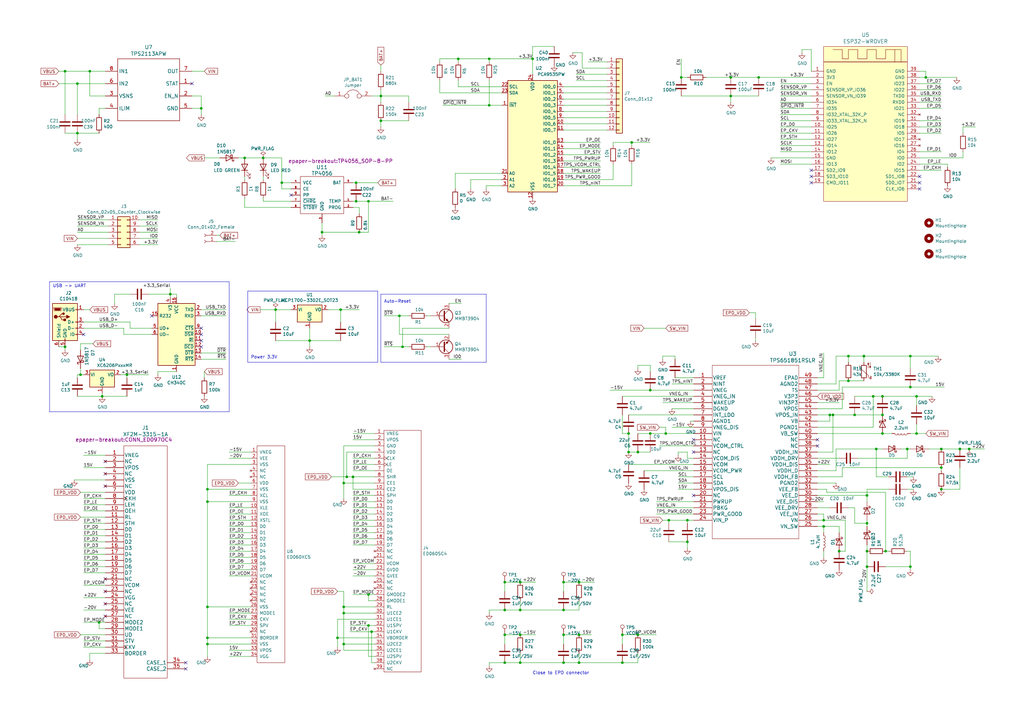
<source format=kicad_sch>
(kicad_sch (version 20230121) (generator eeschema)
  (paper "A3")
  (title_block (title "epdiy") (date "2021-03-28") (rev "v6.0") (comment 3 "License: CC-BY-SA-4.0") (comment 4 "Author: Valentin Roland"))
  (junction (at 355.6 203.2))
  (junction (at 337.82 215.9))
  (junction (at 359.41 184.15))
  (junction (at 355.6 232.41))
  (junction (at 347.98 146.05))
  (junction (at 200.66 24.13))
  (junction (at 279.4 31.75))
  (junction (at 375.92 162.56))
  (junction (at 231.14 271.78))
  (junction (at 218.44 24.13))
  (junction (at 138.43 261.62))
  (junction (at 82.55 44.45))
  (junction (at 347.98 156.21))
  (junction (at 113.03 127))
  (junction (at 237.49 271.78))
  (junction (at 163.83 129.54))
  (junction (at 393.7 184.15))
  (junction (at 31.75 54.61))
  (junction (at 361.95 162.56))
  (junction (at 144.78 195.58))
  (junction (at 274.32 213.36))
  (junction (at 299.72 39.37))
  (junction (at 337.82 213.36))
  (junction (at 207.01 271.78))
  (junction (at 340.36 170.18))
  (junction (at 36.83 29.21))
  (junction (at 156.21 39.37))
  (junction (at 299.72 31.75))
  (junction (at 139.7 127))
  (junction (at 26.67 142.24))
  (junction (at 69.85 120.65))
  (junction (at 107.95 64.77))
  (junction (at 341.63 170.18))
  (junction (at 273.05 177.8))
  (junction (at 355.6 226.06))
  (junction (at 355.6 214.63))
  (junction (at 373.38 158.75))
  (junction (at 255.27 271.78))
  (junction (at 363.22 226.06))
  (junction (at 40.64 255.27))
  (junction (at 151.13 256.54))
  (junction (at 231.14 238.76))
  (junction (at 31.75 34.29))
  (junction (at 26.67 29.21))
  (junction (at 386.08 184.15))
  (junction (at 200.66 43.18))
  (junction (at 132.08 95.25))
  (junction (at 140.97 198.12))
  (junction (at 311.15 31.75))
  (junction (at 259.08 58.42))
  (junction (at 281.94 222.25))
  (junction (at 213.36 260.35))
  (junction (at 350.52 170.18))
  (junction (at 266.7 160.02))
  (junction (at 231.14 250.19))
  (junction (at 361.95 170.18))
  (junction (at 261.62 185.42))
  (junction (at 207.01 238.76))
  (junction (at 140.97 264.16))
  (junction (at 386.08 200.66))
  (junction (at 151.13 243.84))
  (junction (at 281.94 213.36))
  (junction (at 156.21 49.53))
  (junction (at 237.49 238.76))
  (junction (at 85.09 205.74))
  (junction (at 187.96 24.13))
  (junction (at 237.49 260.35))
  (junction (at 100.33 64.77))
  (junction (at 146.05 74.93))
  (junction (at 344.17 226.06))
  (junction (at 261.62 260.35))
  (junction (at 140.97 251.46))
  (junction (at 213.36 238.76))
  (junction (at 33.02 153.67))
  (junction (at 255.27 260.35))
  (junction (at 41.91 162.56))
  (junction (at 266.7 177.8))
  (junction (at 207.01 250.19))
  (junction (at 257.81 185.42))
  (junction (at 85.09 248.92))
  (junction (at 207.01 260.35))
  (junction (at 397.51 184.15))
  (junction (at 85.09 264.16))
  (junction (at 373.38 146.05))
  (junction (at 115.57 74.93))
  (junction (at 354.33 146.05))
  (junction (at 152.4 259.08))
  (junction (at 373.38 232.41))
  (junction (at 213.36 271.78))
  (junction (at 358.14 162.56))
  (junction (at 127 139.7))
  (junction (at 147.32 95.25))
  (junction (at 85.09 200.66))
  (junction (at 85.09 261.62))
  (junction (at 146.05 82.55))
  (junction (at 231.14 260.35))
  (junction (at 151.13 82.55))
  (junction (at 361.95 177.8))
  (junction (at 142.24 195.58))
  (junction (at 140.97 248.92))
  (junction (at 213.36 250.19))
  (junction (at 52.07 153.67))
  (junction (at 386.08 191.77))
  (junction (at 379.73 31.75))
  (junction (at 372.11 184.15))
  (junction (at 375.92 177.8))
  (junction (at 165.1 142.24))
  (junction (at 257.81 177.8))
  (no_connect (at 43.18 247.65))
  (no_connect (at 332.74 72.39))
  (no_connect (at 43.18 252.73))
  (no_connect (at 332.74 74.93))
  (no_connect (at 43.18 199.39))
  (no_connect (at 284.48 185.42))
  (no_connect (at 43.18 194.31))
  (no_connect (at 335.28 182.88))
  (no_connect (at 377.19 74.93))
  (no_connect (at 78.74 34.29))
  (no_connect (at 82.55 137.16))
  (no_connect (at 43.18 237.49))
  (no_connect (at 43.18 242.57))
  (no_connect (at 377.19 72.39))
  (no_connect (at 119.38 80.01))
  (no_connect (at 284.48 180.34))
  (no_connect (at 82.55 134.62))
  (no_connect (at 335.28 180.34))
  (no_connect (at 332.74 69.85))
  (no_connect (at 34.29 137.16))
  (no_connect (at 82.55 139.7))
  (no_connect (at 62.23 129.54))
  (no_connect (at 82.55 142.24))
  (no_connect (at 377.19 77.47))
  (no_connect (at 284.48 203.2))
  (no_connect (at 76.2 271.78))
  (no_connect (at 76.2 274.32))
  (no_connect (at 43.18 189.23))
  (wire (pts (xy 284.48 167.64) (xy 275.59 167.64)))
  (wire (pts (xy 144.78 193.04) (xy 153.67 193.04)))
  (wire (pts (xy 386.08 52.07) (xy 377.19 52.07)))
  (wire (pts (xy 153.67 205.74) (xy 144.78 205.74)))
  (wire (pts (xy 200.66 43.18) (xy 200.66 33.02)))
  (wire (pts (xy 337.82 213.36) (xy 335.28 213.36)))
  (wire (pts (xy 180.34 38.1) (xy 180.34 33.02)))
  (wire (pts (xy 100.33 64.77) (xy 107.95 64.77)))
  (wire (pts (xy 184.15 137.16) (xy 163.83 137.16)))
  (wire (pts (xy 34.29 224.79) (xy 43.18 224.79)))
  (wire (pts (xy 284.48 213.36) (xy 281.94 213.36)))
  (wire (pts (xy 60.96 153.67) (xy 52.07 153.67)))
  (wire (pts (xy 176.53 142.24) (xy 175.26 142.24)))
  (wire (pts (xy 355.6 213.36) (xy 355.6 214.63)))
  (wire (pts (xy 115.57 77.47) (xy 119.38 77.47)))
  (wire (pts (xy 151.13 256.54) (xy 153.67 256.54)))
  (wire (pts (xy 320.04 54.61) (xy 332.74 54.61)))
  (wire (pts (xy 132.08 95.25) (xy 132.08 91.44)))
  (wire (pts (xy 261.62 271.78) (xy 255.27 271.78)))
  (wire (pts (xy 200.66 25.4) (xy 200.66 24.13)))
  (wire (pts (xy 31.75 153.67) (xy 31.75 154.94)))
  (wire (pts (xy 248.92 33.02) (xy 236.22 33.02)))
  (wire (pts (xy 347.98 148.59) (xy 347.98 146.05)))
  (wire (pts (xy 386.08 34.29) (xy 377.19 34.29)))
  (wire (pts (xy 82.55 129.54) (xy 92.71 129.54)))
  (wire (pts (xy 31.75 92.71) (xy 44.45 92.71)))
  (wire (pts (xy 102.87 208.28) (xy 93.98 208.28)))
  (wire (pts (xy 231.14 71.12) (xy 246.38 71.12)))
  (wire (pts (xy 375.92 173.99) (xy 375.92 177.8)))
  (wire (pts (xy 359.41 184.15) (xy 359.41 195.58)))
  (polyline (pts (xy 101.6 148.59) (xy 101.6 119.38)))
  (wire (pts (xy 127 134.62) (xy 127 139.7)))
  (wire (pts (xy 248.92 53.34) (xy 231.14 53.34)))
  (wire (pts (xy 388.62 67.31) (xy 388.62 68.58)))
  (wire (pts (xy 31.75 54.61) (xy 31.75 57.15)))
  (wire (pts (xy 284.48 154.94) (xy 276.86 154.94)))
  (wire (pts (xy 31.75 162.56) (xy 41.91 162.56)))
  (wire (pts (xy 153.67 210.82) (xy 144.78 210.82)))
  (wire (pts (xy 394.97 52.07) (xy 400.05 52.07)))
  (wire (pts (xy 151.13 243.84) (xy 151.13 246.38)))
  (wire (pts (xy 332.74 59.69) (xy 320.04 59.69)))
  (wire (pts (xy 266.7 185.42) (xy 261.62 185.42)))
  (wire (pts (xy 284.48 175.26) (xy 275.59 175.26)))
  (wire (pts (xy 377.19 67.31) (xy 388.62 67.31)))
  (wire (pts (xy 152.4 271.78) (xy 153.67 271.78)))
  (wire (pts (xy 320.04 62.23) (xy 332.74 62.23)))
  (wire (pts (xy 102.87 264.16) (xy 85.09 264.16)))
  (wire (pts (xy 377.19 54.61) (xy 386.08 54.61)))
  (wire (pts (xy 167.64 129.54) (xy 163.83 129.54)))
  (wire (pts (xy 187.96 35.56) (xy 187.96 33.02)))
  (wire (pts (xy 320.04 34.29) (xy 332.74 34.29)))
  (wire (pts (xy 320.04 44.45) (xy 332.74 44.45)))
  (wire (pts (xy 231.14 60.96) (xy 246.38 60.96)))
  (wire (pts (xy 93.98 233.68) (xy 102.87 233.68)))
  (polyline (pts (xy 20.32 115.57) (xy 20.32 168.91)))
  (wire (pts (xy 284.48 160.02) (xy 266.7 160.02)))
  (wire (pts (xy 231.14 260.35) (xy 237.49 260.35)))
  (wire (pts (xy 284.48 182.88) (xy 270.51 182.88)))
  (wire (pts (xy 33.02 153.67) (xy 31.75 153.67)))
  (wire (pts (xy 144.78 231.14) (xy 153.67 231.14)))
  (wire (pts (xy 43.18 191.77) (xy 34.29 191.77)))
  (wire (pts (xy 34.29 265.43) (xy 43.18 265.43)))
  (wire (pts (xy 346.71 226.06) (xy 346.71 213.36)))
  (wire (pts (xy 320.04 39.37) (xy 332.74 39.37)))
  (wire (pts (xy 279.4 31.75) (xy 281.94 31.75)))
  (wire (pts (xy 30.48 196.85) (xy 43.18 196.85)))
  (wire (pts (xy 386.08 69.85) (xy 377.19 69.85)))
  (wire (pts (xy 200.66 43.18) (xy 205.74 43.18)))
  (wire (pts (xy 119.38 127) (xy 113.03 127)))
  (wire (pts (xy 259.08 58.42) (xy 251.46 58.42)))
  (wire (pts (xy 57.15 100.33) (xy 64.77 100.33)))
  (polyline (pts (xy 101.6 119.38) (xy 154.94 119.38)))
  (wire (pts (xy 269.24 210.82) (xy 284.48 210.82)))
  (wire (pts (xy 153.67 233.68) (xy 144.78 233.68)))
  (wire (pts (xy 344.17 165.1) (xy 335.28 165.1)))
  (wire (pts (xy 386.08 36.83) (xy 377.19 36.83)))
  (wire (pts (xy 165.1 134.62) (xy 165.1 142.24)))
  (wire (pts (xy 255.27 271.78) (xy 237.49 271.78)))
  (wire (pts (xy 144.78 200.66) (xy 144.78 195.58)))
  (wire (pts (xy 344.17 160.02) (xy 344.17 156.21)))
  (wire (pts (xy 231.14 73.66) (xy 251.46 73.66)))
  (wire (pts (xy 332.74 31.75) (xy 311.15 31.75)))
  (wire (pts (xy 107.95 82.55) (xy 107.95 81.28)))
  (wire (pts (xy 102.87 231.14) (xy 93.98 231.14)))
  (wire (pts (xy 44.45 100.33) (xy 31.75 100.33)))
  (wire (pts (xy 373.38 232.41) (xy 373.38 233.68)))
  (wire (pts (xy 355.6 226.06) (xy 355.6 232.41)))
  (wire (pts (xy 355.6 200.66) (xy 364.49 200.66)))
  (wire (pts (xy 152.4 259.08) (xy 152.4 271.78)))
  (wire (pts (xy 140.97 248.92) (xy 140.97 251.46)))
  (wire (pts (xy 31.75 95.25) (xy 44.45 95.25)))
  (wire (pts (xy 100.33 72.39) (xy 100.33 73.66)))
  (wire (pts (xy 88.9 99.06) (xy 96.52 99.06)))
  (wire (pts (xy 140.97 251.46) (xy 140.97 264.16)))
  (wire (pts (xy 31.75 46.99) (xy 31.75 34.29)))
  (wire (pts (xy 102.87 269.24) (xy 93.98 269.24)))
  (wire (pts (xy 205.74 71.12) (xy 186.69 71.12)))
  (wire (pts (xy 41.91 162.56) (xy 41.91 161.29)))
  (wire (pts (xy 115.57 64.77) (xy 115.57 74.93)))
  (wire (pts (xy 102.87 190.5) (xy 85.09 190.5)))
  (wire (pts (xy 144.78 236.22) (xy 153.67 236.22)))
  (wire (pts (xy 85.09 264.16) (xy 85.09 269.24)))
  (wire (pts (xy 135.89 195.58) (xy 142.24 195.58)))
  (wire (pts (xy 274.32 213.36) (xy 274.32 214.63)))
  (wire (pts (xy 102.87 205.74) (xy 85.09 205.74)))
  (wire (pts (xy 157.48 142.24) (xy 165.1 142.24)))
  (wire (pts (xy 335.28 187.96) (xy 344.17 187.96)))
  (wire (pts (xy 113.03 127) (xy 106.68 127)))
  (wire (pts (xy 373.38 226.06) (xy 373.38 232.41)))
  (wire (pts (xy 251.46 67.31) (xy 251.46 73.66)))
  (wire (pts (xy 332.74 67.31) (xy 320.04 67.31)))
  (wire (pts (xy 33.02 212.09) (xy 43.18 212.09)))
  (wire (pts (xy 31.75 97.79) (xy 44.45 97.79)))
  (wire (pts (xy 115.57 74.93) (xy 115.57 77.47)))
  (wire (pts (xy 138.43 261.62) (xy 138.43 265.43)))
  (wire (pts (xy 236.22 30.48) (xy 248.92 30.48)))
  (wire (pts (xy 394.97 54.61) (xy 394.97 52.07)))
  (wire (pts (xy 350.52 214.63) (xy 355.6 214.63)))
  (wire (pts (xy 53.34 120.65) (xy 46.99 120.65)))
  (wire (pts (xy 146.05 82.55) (xy 151.13 82.55)))
  (wire (pts (xy 207.01 242.57) (xy 207.01 238.76)))
  (wire (pts (xy 142.24 195.58) (xy 144.78 195.58)))
  (wire (pts (xy 332.74 57.15) (xy 320.04 57.15)))
  (wire (pts (xy 363.22 226.06) (xy 363.22 201.93)))
  (wire (pts (xy 34.29 229.87) (xy 43.18 229.87)))
  (wire (pts (xy 332.74 20.32) (xy 332.74 29.21)))
  (wire (pts (xy 320.04 36.83) (xy 332.74 36.83)))
  (wire (pts (xy 231.14 35.56) (xy 248.92 35.56)))
  (wire (pts (xy 85.09 190.5) (xy 85.09 200.66)))
  (polyline (pts (xy 154.94 148.59) (xy 154.94 119.38)))
  (wire (pts (xy 337.82 213.36) (xy 337.82 210.82)))
  (wire (pts (xy 78.74 39.37) (xy 82.55 39.37)))
  (wire (pts (xy 237.49 260.35) (xy 242.57 260.35)))
  (wire (pts (xy 213.36 260.35) (xy 219.71 260.35)))
  (wire (pts (xy 85.09 205.74) (xy 85.09 248.92)))
  (wire (pts (xy 337.82 154.94) (xy 335.28 154.94)))
  (wire (pts (xy 153.67 254) (xy 138.43 254)))
  (wire (pts (xy 271.78 213.36) (xy 274.32 213.36)))
  (wire (pts (xy 24.13 142.24) (xy 26.67 142.24)))
  (wire (pts (xy 341.63 185.42) (xy 335.28 185.42)))
  (wire (pts (xy 34.29 132.08) (xy 53.34 132.08)))
  (wire (pts (xy 40.64 257.81) (xy 43.18 257.81)))
  (wire (pts (xy 64.77 97.79) (xy 57.15 97.79)))
  (wire (pts (xy 307.34 128.27) (xy 309.88 128.27)))
  (wire (pts (xy 40.64 54.61) (xy 31.75 54.61)))
  (wire (pts (xy 259.08 59.69) (xy 259.08 58.42)))
  (wire (pts (xy 354.33 146.05) (xy 373.38 146.05)))
  (wire (pts (xy 34.29 240.03) (xy 43.18 240.03)))
  (wire (pts (xy 259.08 76.2) (xy 259.08 67.31)))
  (wire (pts (xy 372.11 200.66) (xy 374.65 200.66)))
  (wire (pts (xy 361.95 177.8) (xy 365.76 177.8)))
  (wire (pts (xy 90.17 96.52) (xy 88.9 96.52)))
  (wire (pts (xy 309.88 128.27) (xy 309.88 130.81)))
  (wire (pts (xy 100.33 81.28) (xy 100.33 85.09)))
  (wire (pts (xy 372.11 195.58) (xy 374.65 195.58)))
  (wire (pts (xy 231.14 271.78) (xy 213.36 271.78)))
  (wire (pts (xy 337.82 215.9) (xy 344.17 215.9)))
  (wire (pts (xy 231.14 242.57) (xy 231.14 238.76)))
  (wire (pts (xy 281.94 185.42) (xy 278.13 185.42)))
  (wire (pts (xy 381 184.15) (xy 386.08 184.15)))
  (wire (pts (xy 144.78 82.55) (xy 146.05 82.55)))
  (wire (pts (xy 144.78 203.2) (xy 153.67 203.2)))
  (wire (pts (xy 284.48 200.66) (xy 278.13 200.66)))
  (wire (pts (xy 213.36 238.76) (xy 219.71 238.76)))
  (wire (pts (xy 335.28 172.72) (xy 340.36 172.72)))
  (wire (pts (xy 279.4 31.75) (xy 279.4 24.13)))
  (wire (pts (xy 281.94 213.36) (xy 281.94 214.63)))
  (wire (pts (xy 153.67 215.9) (xy 144.78 215.9)))
  (wire (pts (xy 266.7 58.42) (xy 259.08 58.42)))
  (wire (pts (xy 257.81 185.42) (xy 257.81 177.8)))
  (wire (pts (xy 373.38 177.8) (xy 375.92 177.8)))
  (wire (pts (xy 361.95 162.56) (xy 375.92 162.56)))
  (wire (pts (xy 184.15 147.32) (xy 189.23 147.32)))
  (wire (pts (xy 97.79 198.12) (xy 102.87 198.12)))
  (wire (pts (xy 151.13 246.38) (xy 153.67 246.38)))
  (wire (pts (xy 335.28 215.9) (xy 337.82 215.9)))
  (wire (pts (xy 102.87 220.98) (xy 93.98 220.98)))
  (wire (pts (xy 113.03 139.7) (xy 127 139.7)))
  (wire (pts (xy 127 139.7) (xy 139.7 139.7)))
  (wire (pts (xy 231.14 63.5) (xy 246.38 63.5)))
  (wire (pts (xy 341.63 170.18) (xy 350.52 170.18)))
  (wire (pts (xy 394.97 64.77) (xy 394.97 62.23)))
  (wire (pts (xy 266.7 177.8) (xy 261.62 177.8)))
  (wire (pts (xy 373.38 158.75) (xy 387.35 158.75)))
  (wire (pts (xy 102.87 266.7) (xy 93.98 266.7)))
  (wire (pts (xy 341.63 170.18) (xy 341.63 185.42)))
  (wire (pts (xy 156.21 39.37) (xy 167.64 39.37)))
  (wire (pts (xy 335.28 157.48) (xy 342.9 157.48)))
  (wire (pts (xy 207.01 250.19) (xy 213.36 250.19)))
  (wire (pts (xy 255.27 170.18) (xy 255.27 177.8)))
  (wire (pts (xy 199.39 76.2) (xy 199.39 77.47)))
  (wire (pts (xy 43.18 39.37) (xy 36.83 39.37)))
  (wire (pts (xy 93.98 236.22) (xy 102.87 236.22)))
  (wire (pts (xy 90.17 64.77) (xy 83.82 64.77)))
  (wire (pts (xy 386.08 49.53) (xy 377.19 49.53)))
  (wire (pts (xy 278.13 195.58) (xy 284.48 195.58)))
  (wire (pts (xy 85.09 248.92) (xy 85.09 261.62)))
  (wire (pts (xy 257.81 170.18) (xy 284.48 170.18)))
  (wire (pts (xy 193.04 73.66) (xy 193.04 77.47)))
  (wire (pts (xy 344.17 215.9) (xy 344.17 218.44)))
  (wire (pts (xy 309.88 139.7) (xy 309.88 138.43)))
  (wire (pts (xy 261.62 260.35) (xy 255.27 260.35)))
  (wire (pts (xy 372.11 187.96) (xy 372.11 184.15)))
  (wire (pts (xy 200.66 250.19) (xy 200.66 251.46)))
  (polyline (pts (xy 101.6 148.59) (xy 154.94 148.59)))
  (wire (pts (xy 213.36 250.19) (xy 231.14 250.19)))
  (wire (pts (xy 372.11 226.06) (xy 373.38 226.06)))
  (wire (pts (xy 78.74 29.21) (xy 83.82 29.21)))
  (wire (pts (xy 231.14 68.58) (xy 246.38 68.58)))
  (wire (pts (xy 284.48 198.12) (xy 278.13 198.12)))
  (wire (pts (xy 102.87 248.92) (xy 85.09 248.92)))
  (wire (pts (xy 31.75 34.29) (xy 43.18 34.29)))
  (wire (pts (xy 250.19 160.02) (xy 266.7 160.02)))
  (wire (pts (xy 33.02 260.35) (xy 43.18 260.35)))
  (wire (pts (xy 358.14 162.56) (xy 350.52 162.56)))
  (wire (pts (xy 144.78 213.36) (xy 153.67 213.36)))
  (wire (pts (xy 72.39 152.4) (xy 64.77 152.4)))
  (wire (pts (xy 152.4 259.08) (xy 153.67 259.08)))
  (wire (pts (xy 93.98 223.52) (xy 102.87 223.52)))
  (wire (pts (xy 377.19 29.21) (xy 379.73 29.21)))
  (wire (pts (xy 289.56 31.75) (xy 299.72 31.75)))
  (wire (pts (xy 69.85 120.65) (xy 72.39 120.65)))
  (wire (pts (xy 358.14 162.56) (xy 361.95 162.56)))
  (wire (pts (xy 231.14 40.64) (xy 248.92 40.64)))
  (wire (pts (xy 339.09 201.93) (xy 339.09 200.66)))
  (wire (pts (xy 231.14 76.2) (xy 259.08 76.2)))
  (wire (pts (xy 237.49 250.19) (xy 237.49 246.38)))
  (wire (pts (xy 340.36 208.28) (xy 335.28 208.28)))
  (wire (pts (xy 26.67 143.51) (xy 26.67 142.24)))
  (wire (pts (xy 102.87 226.06) (xy 93.98 226.06)))
  (wire (pts (xy 335.28 205.74) (xy 337.82 205.74)))
  (wire (pts (xy 34.29 186.69) (xy 43.18 186.69)))
  (wire (pts (xy 151.13 82.55) (xy 151.13 95.25)))
  (wire (pts (xy 270.51 175.26) (xy 273.05 175.26)))
  (wire (pts (xy 40.64 46.99) (xy 40.64 44.45)))
  (wire (pts (xy 153.67 220.98) (xy 144.78 220.98)))
  (wire (pts (xy 34.29 214.63) (xy 43.18 214.63)))
  (wire (pts (xy 261.62 267.97) (xy 261.62 271.78)))
  (wire (pts (xy 140.97 264.16) (xy 153.67 264.16)))
  (wire (pts (xy 26.67 46.99) (xy 26.67 29.21)))
  (wire (pts (xy 52.07 153.67) (xy 49.53 153.67)))
  (wire (pts (xy 328.93 21.59) (xy 328.93 20.32)))
  (wire (pts (xy 138.43 254) (xy 138.43 261.62)))
  (wire (pts (xy 335.28 203.2) (xy 355.6 203.2)))
  (wire (pts (xy 115.57 74.93) (xy 119.38 74.93)))
  (wire (pts (xy 377.19 31.75) (xy 379.73 31.75)))
  (wire (pts (xy 153.67 261.62) (xy 138.43 261.62)))
  (wire (pts (xy 163.83 137.16) (xy 163.83 129.54)))
  (wire (pts (xy 335.28 160.02) (xy 344.17 160.02)))
  (wire (pts (xy 342.9 198.12) (xy 335.28 198.12)))
  (wire (pts (xy 144.78 177.8) (xy 153.67 177.8)))
  (wire (pts (xy 342.9 184.15) (xy 359.41 184.15)))
  (wire (pts (xy 93.98 251.46) (xy 102.87 251.46)))
  (wire (pts (xy 152.4 39.37) (xy 156.21 39.37)))
  (wire (pts (xy 82.55 147.32) (xy 92.71 147.32)))
  (wire (pts (xy 69.85 120.65) (xy 69.85 118.11)))
  (wire (pts (xy 359.41 195.58) (xy 364.49 195.58)))
  (wire (pts (xy 243.84 238.76) (xy 237.49 238.76)))
  (wire (pts (xy 151.13 256.54) (xy 151.13 269.24)))
  (wire (pts (xy 238.76 21.59) (xy 238.76 27.94)))
  (wire (pts (xy 355.6 232.41) (xy 355.6 242.57)))
  (wire (pts (xy 102.87 254) (xy 93.98 254)))
  (wire (pts (xy 102.87 256.54) (xy 93.98 256.54)))
  (wire (pts (xy 332.74 52.07) (xy 320.04 52.07)))
  (wire (pts (xy 153.67 187.96) (xy 144.78 187.96)))
  (wire (pts (xy 100.33 85.09) (xy 119.38 85.09)))
  (wire (pts (xy 342.9 184.15) (xy 342.9 193.04)))
  (wire (pts (xy 231.14 45.72) (xy 248.92 45.72)))
  (wire (pts (xy 213.36 246.38) (xy 213.36 250.19)))
  (wire (pts (xy 139.7 127) (xy 147.32 127)))
  (wire (pts (xy 274.32 213.36) (xy 281.94 213.36)))
  (wire (pts (xy 102.87 203.2) (xy 93.98 203.2)))
  (wire (pts (xy 284.48 187.96) (xy 281.94 187.96)))
  (polyline (pts (xy 93.98 115.57) (xy 93.98 168.91)))
  (wire (pts (xy 132.08 96.52) (xy 132.08 95.25)))
  (wire (pts (xy 40.64 255.27) (xy 40.64 257.81)))
  (wire (pts (xy 24.13 34.29) (xy 31.75 34.29)))
  (wire (pts (xy 347.98 156.21) (xy 354.33 156.21)))
  (wire (pts (xy 144.78 74.93) (xy 146.05 74.93)))
  (wire (pts (xy 251.46 58.42) (xy 251.46 59.69)))
  (wire (pts (xy 34.29 234.95) (xy 43.18 234.95)))
  (wire (pts (xy 284.48 165.1) (xy 271.78 165.1)))
  (wire (pts (xy 163.83 129.54) (xy 157.48 129.54)))
  (wire (pts (xy 151.13 243.84) (xy 144.78 243.84)))
  (wire (pts (xy 257.81 190.5) (xy 284.48 190.5)))
  (wire (pts (xy 337.82 228.6) (xy 337.82 226.06)))
  (wire (pts (xy 107.95 72.39) (xy 107.95 73.66)))
  (wire (pts (xy 151.13 95.25) (xy 147.32 95.25)))
  (wire (pts (xy 140.97 198.12) (xy 140.97 204.47)))
  (wire (pts (xy 140.97 251.46) (xy 153.67 251.46)))
  (wire (pts (xy 345.44 158.75) (xy 345.44 167.64)))
  (wire (pts (xy 180.34 24.13) (xy 180.34 25.4)))
  (wire (pts (xy 363.22 232.41) (xy 373.38 232.41)))
  (wire (pts (xy 181.61 43.18) (xy 200.66 43.18)))
  (wire (pts (xy 231.14 38.1) (xy 248.92 38.1)))
  (wire (pts (xy 355.6 214.63) (xy 355.6 215.9)))
  (wire (pts (xy 107.95 82.55) (xy 119.38 82.55)))
  (wire (pts (xy 266.7 177.8) (xy 273.05 177.8)))
  (wire (pts (xy 187.96 35.56) (xy 205.74 35.56)))
  (wire (pts (xy 284.48 172.72) (xy 283.21 172.72)))
  (wire (pts (xy 248.92 27.94) (xy 238.76 27.94)))
  (wire (pts (xy 26.67 29.21) (xy 36.83 29.21)))
  (wire (pts (xy 340.36 172.72) (xy 340.36 170.18)))
  (wire (pts (xy 153.67 180.34) (xy 144.78 180.34)))
  (wire (pts (xy 340.36 170.18) (xy 341.63 170.18)))
  (wire (pts (xy 200.66 271.78) (xy 200.66 273.05)))
  (wire (pts (xy 311.15 39.37) (xy 299.72 39.37)))
  (wire (pts (xy 144.78 195.58) (xy 153.67 195.58)))
  (wire (pts (xy 43.18 227.33) (xy 34.29 227.33)))
  (wire (pts (xy 320.04 46.99) (xy 332.74 46.99)))
  (wire (pts (xy 351.79 187.96) (xy 372.11 187.96)))
  (wire (pts (xy 335.28 170.18) (xy 340.36 170.18)))
  (wire (pts (xy 33.02 153.67) (xy 34.29 153.67)))
  (wire (pts (xy 269.24 260.35) (xy 261.62 260.35)))
  (wire (pts (xy 386.08 184.15) (xy 393.7 184.15)))
  (wire (pts (xy 207.01 264.16) (xy 207.01 260.35)))
  (wire (pts (xy 359.41 184.15) (xy 361.95 184.15)))
  (wire (pts (xy 363.22 226.06) (xy 364.49 226.06)))
  (wire (pts (xy 375.92 177.8) (xy 379.73 177.8)))
  (wire (pts (xy 40.64 44.45) (xy 43.18 44.45)))
  (wire (pts (xy 64.77 152.4) (xy 64.77 153.67)))
  (wire (pts (xy 93.98 228.6) (xy 102.87 228.6)))
  (wire (pts (xy 82.55 39.37) (xy 82.55 44.45)))
  (wire (pts (xy 347.98 146.05) (xy 354.33 146.05)))
  (wire (pts (xy 187.96 24.13) (xy 180.34 24.13)))
  (wire (pts (xy 335.28 175.26) (xy 358.14 175.26)))
  (wire (pts (xy 337.82 154.94) (xy 337.82 144.78)))
  (wire (pts (xy 53.34 134.62) (xy 62.23 134.62)))
  (wire (pts (xy 337.82 210.82) (xy 335.28 210.82)))
  (wire (pts (xy 281.94 187.96) (xy 281.94 185.42)))
  (wire (pts (xy 102.87 200.66) (xy 85.09 200.66)))
  (wire (pts (xy 379.73 31.75) (xy 392.43 31.75)))
  (wire (pts (xy 43.18 222.25) (xy 34.29 222.25)))
  (wire (pts (xy 31.75 90.17) (xy 44.45 90.17)))
  (wire (pts (xy 97.79 64.77) (xy 100.33 64.77)))
  (wire (pts (xy 41.91 162.56) (xy 52.07 162.56)))
  (wire (pts (xy 24.13 29.21) (xy 26.67 29.21)))
  (wire (pts (xy 72.39 120.65) (xy 72.39 121.92)))
  (wire (pts (xy 34.29 250.19) (xy 43.18 250.19)))
  (polyline (pts (xy 199.39 148.59) (xy 199.39 120.65)))
  (wire (pts (xy 85.09 261.62) (xy 85.09 264.16)))
  (wire (pts (xy 386.08 191.77) (xy 386.08 193.04)))
  (wire (pts (xy 43.18 267.97) (xy 36.83 267.97)))
  (wire (pts (xy 346.71 213.36) (xy 337.82 213.36)))
  (wire (pts (xy 33.02 140.97) (xy 38.1 140.97)))
  (wire (pts (xy 33.02 201.93) (xy 43.18 201.93)))
  (wire (pts (xy 207.01 260.35) (xy 213.36 260.35)))
  (wire (pts (xy 33.02 151.13) (xy 33.02 153.67)))
  (wire (pts (xy 377.19 44.45) (xy 386.08 44.45)))
  (wire (pts (xy 60.96 120.65) (xy 69.85 120.65)))
  (wire (pts (xy 344.17 226.06) (xy 346.71 226.06)))
  (wire (pts (xy 335.28 167.64) (xy 345.44 167.64)))
  (wire (pts (xy 231.14 250.19) (xy 237.49 250.19)))
  (wire (pts (xy 213.36 271.78) (xy 207.01 271.78)))
  (wire (pts (xy 207.01 238.76) (xy 213.36 238.76)))
  (wire (pts (xy 354.33 148.59) (xy 354.33 146.05)))
  (wire (pts (xy 156.21 49.53) (xy 156.21 52.07)))
  (wire (pts (xy 369.57 184.15) (xy 372.11 184.15)))
  (wire (pts (xy 246.38 66.04) (xy 231.14 66.04)))
  (wire (pts (xy 151.13 82.55) (xy 161.29 82.55)))
  (wire (pts (xy 207.01 271.78) (xy 200.66 271.78)))
  (wire (pts (xy 102.87 215.9) (xy 93.98 215.9)))
  (wire (pts (xy 43.18 245.11) (xy 34.29 245.11)))
  (wire (pts (xy 180.34 38.1) (xy 205.74 38.1)))
  (wire (pts (xy 34.29 134.62) (xy 50.8 134.62)))
  (wire (pts (xy 143.51 259.08) (xy 152.4 259.08)))
  (wire (pts (xy 167.64 49.53) (xy 156.21 49.53)))
  (wire (pts (xy 218.44 24.13) (xy 218.44 19.05)))
  (wire (pts (xy 200.66 24.13) (xy 218.44 24.13)))
  (wire (pts (xy 276.86 146.05) (xy 271.78 146.05)))
  (wire (pts (xy 358.14 175.26) (xy 358.14 162.56)))
  (wire (pts (xy 144.78 218.44) (xy 153.67 218.44)))
  (wire (pts (xy 393.7 184.15) (xy 397.51 184.15)))
  (wire (pts (xy 93.98 185.42) (xy 102.87 185.42)))
  (wire (pts (xy 34.29 127) (xy 36.83 127)))
  (wire (pts (xy 271.78 146.05) (xy 271.78 147.32)))
  (wire (pts (xy 345.44 158.75) (xy 373.38 158.75)))
  (wire (pts (xy 273.05 175.26) (xy 273.05 177.8)))
  (wire (pts (xy 276.86 147.32) (xy 276.86 146.05)))
  (wire (pts (xy 344.17 156.21) (xy 347.98 156.21)))
  (wire (pts (xy 153.67 198.12) (xy 140.97 198.12)))
  (wire (pts (xy 64.77 92.71) (xy 57.15 92.71)))
  (wire (pts (xy 140.97 266.7) (xy 153.67 266.7)))
  (wire (pts (xy 127 139.7) (xy 127 142.24)))
  (wire (pts (xy 255.27 260.35) (xy 255.27 264.16)))
  (wire (pts (xy 379.73 29.21) (xy 379.73 31.75)))
  (wire (pts (xy 102.87 261.62) (xy 85.09 261.62)))
  (wire (pts (xy 350.52 208.28) (xy 350.52 214.63)))
  (wire (pts (xy 140.97 264.16) (xy 140.97 266.7)))
  (wire (pts (xy 345.44 191.77) (xy 386.08 191.77)))
  (wire (pts (xy 332.74 41.91) (xy 320.04 41.91)))
  (wire (pts (xy 213.36 267.97) (xy 213.36 271.78)))
  (wire (pts (xy 237.49 267.97) (xy 237.49 271.78)))
  (wire (pts (xy 335.28 195.58) (xy 345.44 195.58)))
  (wire (pts (xy 205.74 73.66) (xy 193.04 73.66)))
  (wire (pts (xy 156.21 26.67) (xy 156.21 29.21)))
  (wire (pts (xy 142.24 185.42) (xy 142.24 195.58)))
  (polyline (pts (xy 20.32 115.57) (xy 93.98 115.57)))
  (wire (pts (xy 93.98 213.36) (xy 102.87 213.36)))
  (wire (pts (xy 372.11 184.15) (xy 373.38 184.15)))
  (wire (pts (xy 187.96 25.4) (xy 187.96 24.13)))
  (wire (pts (xy 377.19 62.23) (xy 386.08 62.23)))
  (wire (pts (xy 377.19 64.77) (xy 394.97 64.77)))
  (wire (pts (xy 43.18 204.47) (xy 34.29 204.47)))
  (wire (pts (xy 218.44 19.05) (xy 227.33 19.05)))
  (wire (pts (xy 342.9 146.05) (xy 347.98 146.05)))
  (wire (pts (xy 165.1 142.24) (xy 167.64 142.24)))
  (wire (pts (xy 78.74 44.45) (xy 82.55 44.45)))
  (wire (pts (xy 53.34 132.08) (xy 53.34 134.62)))
  (wire (pts (xy 386.08 41.91) (xy 377.19 41.91)))
  (wire (pts (xy 156.21 39.37) (xy 156.21 41.91)))
  (wire (pts (xy 269.24 208.28) (xy 284.48 208.28)))
  (wire (pts (xy 184.15 134.62) (xy 165.1 134.62)))
  (wire (pts (xy 93.98 218.44) (xy 102.87 218.44)))
  (wire (pts (xy 231.14 48.26) (xy 248.92 48.26)))
  (wire (pts (xy 269.24 205.74) (xy 284.48 205.74)))
  (wire (pts (xy 231.14 58.42) (xy 246.38 58.42)))
  (wire (pts (xy 311.15 31.75) (xy 299.72 31.75)))
  (wire (pts (xy 31.75 54.61) (xy 26.67 54.61)))
  (wire (pts (xy 146.05 74.93) (xy 154.94 74.93)))
  (wire (pts (xy 147.32 85.09) (xy 144.78 85.09)))
  (wire (pts (xy 43.18 232.41) (xy 34.29 232.41)))
  (wire (pts (xy 189.23 124.46) (xy 184.15 124.46)))
  (wire (pts (xy 241.3 25.4) (xy 248.92 25.4)))
  (wire (pts (xy 237.49 271.78) (xy 231.14 271.78)))
  (wire (pts (xy 266.7 149.86) (xy 261.62 149.86)))
  (wire (pts (xy 143.51 256.54) (xy 151.13 256.54)))
  (wire (pts (xy 186.69 71.12) (xy 186.69 77.47)))
  (wire (pts (xy 273.05 177.8) (xy 284.48 177.8)))
  (wire (pts (xy 69.85 121.92) (xy 69.85 120.65)))
  (wire (pts (xy 134.62 127) (xy 139.7 127)))
  (wire (pts (xy 64.77 95.25) (xy 57.15 95.25)))
  (wire (pts (xy 93.98 210.82) (xy 102.87 210.82)))
  (wire (pts (xy 274.32 222.25) (xy 281.94 222.25)))
  (wire (pts (xy 144.78 208.28) (xy 153.67 208.28)))
  (wire (pts (xy 342.9 193.04) (xy 335.28 193.04)))
  (wire (pts (xy 140.97 242.57) (xy 140.97 248.92)))
  (wire (pts (xy 153.67 190.5) (xy 144.78 190.5)))
  (wire (pts (xy 332.74 49.53) (xy 320.04 49.53)))
  (wire (pts (xy 255.27 177.8) (xy 257.81 177.8)))
  (wire (pts (xy 264.16 193.04) (xy 284.48 193.04)))
  (wire (pts (xy 337.82 215.9) (xy 337.82 218.44)))
  (polyline (pts (xy 199.39 120.65) (xy 156.21 120.65)))
  (wire (pts (xy 375.92 166.37) (xy 375.92 162.56)))
  (wire (pts (xy 231.14 50.8) (xy 248.92 50.8)))
  (wire (pts (xy 207.01 250.19) (xy 200.66 250.19)))
  (wire (pts (xy 355.6 223.52) (xy 355.6 226.06)))
  (wire (pts (xy 46.99 120.65) (xy 46.99 124.46)))
  (wire (pts (xy 335.28 177.8) (xy 361.95 177.8)))
  (polyline (pts (xy 156.21 120.65) (xy 156.21 148.59)))
  (wire (pts (xy 36.83 29.21) (xy 43.18 29.21)))
  (wire (pts (xy 34.29 219.71) (xy 43.18 219.71)))
  (wire (pts (xy 92.71 144.78) (xy 82.55 144.78)))
  (wire (pts (xy 218.44 24.13) (xy 218.44 30.48)))
  (wire (pts (xy 64.77 90.17) (xy 57.15 90.17)))
  (wire (pts (xy 140.97 182.88) (xy 140.97 198.12)))
  (wire (pts (xy 139.7 127) (xy 139.7 132.08)))
  (wire (pts (xy 153.67 243.84) (xy 151.13 243.84)))
  (wire (pts (xy 231.14 264.16) (xy 231.14 260.35)))
  (wire (pts (xy 36.83 267.97) (xy 36.83 270.51)))
  (wire (pts (xy 43.18 217.17) (xy 34.29 217.17)))
  (wire (pts (xy 140.97 242.57) (xy 138.43 242.57)))
  (wire (pts (xy 255.27 162.56) (xy 284.48 162.56)))
  (wire (pts (xy 279.4 39.37) (xy 299.72 39.37)))
  (wire (pts (xy 50.8 137.16) (xy 62.23 137.16)))
  (wire (pts (xy 176.53 129.54) (xy 175.26 129.54)))
  (wire (pts (xy 147.32 95.25) (xy 132.08 95.25)))
  (polyline (pts (xy 156.21 148.59) (xy 199.39 148.59)))
  (wire (pts (xy 151.13 269.24) (xy 153.67 269.24)))
  (wire (pts (xy 373.38 151.13) (xy 373.38 146.05)))
  (wire (pts (xy 328.93 20.32) (xy 332.74 20.32)))
  (wire (pts (xy 261.62 185.42) (xy 257.81 185.42)))
  (wire (pts (xy 261.62 149.86) (xy 261.62 151.13)))
  (wire (pts (xy 363.22 201.93) (xy 339.09 201.93)))
  (wire (pts (xy 43.18 262.89) (xy 34.29 262.89)))
  (wire (pts (xy 43.18 207.01) (xy 34.29 207.01)))
  (wire (pts (xy 140.97 182.88) (xy 153.67 182.88)))
  (wire (pts (xy 234.95 21.59) (xy 238.76 21.59)))
  (wire (pts (xy 107.95 64.77) (xy 115.57 64.77)))
  (wire (pts (xy 347.98 208.28) (xy 350.52 208.28)))
  (wire (pts (xy 386.08 200.66) (xy 393.7 200.66)))
  (wire (pts (xy 156.21 39.37) (xy 156.21 36.83)))
  (wire (pts (xy 153.67 200.66) (xy 144.78 200.66)))
  (wire (pts (xy 187.96 24.13) (xy 200.66 24.13)))
  (wire (pts (xy 266.7 152.4) (xy 266.7 149.86)))
  (wire (pts (xy 82.55 44.45) (xy 82.55 46.99)))
  (wire (pts (xy 147.32 87.63) (xy 147.32 85.09)))
  (wire (pts (xy 339.09 200.66) (xy 335.28 200.66)))
  (wire (pts (xy 40.64 255.27) (xy 34.29 255.27)))
  (wire (pts (xy 397.51 184.15) (xy 403.86 184.15)))
  (wire (pts (xy 85.09 200.66) (xy 85.09 205.74)))
  (wire (pts (xy 350.52 170.18) (xy 361.95 170.18)))
  (wire (pts (xy 355.6 203.2) (xy 355.6 205.74)))
  (wire (pts (xy 93.98 187.96) (xy 102.87 187.96)))
  (wire (pts (xy 36.83 39.37) (xy 36.83 29.21)))
  (wire (pts (xy 82.55 127) (xy 92.71 127)))
  (wire (pts (xy 43.18 255.27) (xy 40.64 255.27)))
  (wire (pts (xy 144.78 223.52) (xy 153.67 223.52)))
  (wire (pts (xy 377.19 39.37) (xy 386.08 39.37)))
  (wire (pts (xy 275.59 157.48) (xy 284.48 157.48)))
  (wire (pts (xy 299.72 39.37) (xy 299.72 41.91)))
  (wire (pts (xy 167.64 39.37) (xy 167.64 41.91)))
  (wire (pts (xy 231.14 43.18) (xy 248.92 43.18)))
  (wire (pts (xy 355.6 203.2) (xy 355.6 200.66)))
  (wire (pts (xy 34.29 209.55) (xy 43.18 209.55)))
  (wire (pts (xy 113.03 127) (xy 113.03 132.08)))
  (wire (pts (xy 345.44 195.58) (xy 345.44 191.77)))
  (wire (pts (xy 231.14 238.76) (xy 237.49 238.76)))
  (wire (pts (xy 142.24 185.42) (xy 153.67 185.42)))
  (wire (pts (xy 393.7 200.66) (xy 393.7 191.77)))
  (wire (pts (xy 342.9 157.48) (xy 342.9 146.05)))
  (wire (pts (xy 205.74 76.2) (xy 199.39 76.2)))
  (wire (pts (xy 133.35 39.37) (xy 137.16 39.37)))
  (wire (pts (xy 52.07 154.94) (xy 52.07 153.67)))
  (wire (pts (xy 83.82 154.94) (xy 83.82 152.4)))
  (wire (pts (xy 281.94 224.79) (xy 281.94 222.25)))
  (wire (pts (xy 33.02 143.51) (xy 33.02 140.97)))
  (wire (pts (xy 278.13 185.42) (xy 278.13 186.69)))
  (wire (pts (xy 316.23 64.77) (xy 332.74 64.77)))
  (wire (pts (xy 50.8 134.62) (xy 50.8 137.16)))
  (wire (pts (xy 340.36 190.5) (xy 335.28 190.5)))
  (wire (pts (xy 264.16 134.62) (xy 273.05 134.62)))
  (wire (pts (xy 375.92 162.56) (xy 382.27 162.56)))
  (wire (pts (xy 373.38 146.05) (xy 384.81 146.05)))
  (wire (pts (xy 140.97 248.92) (xy 153.67 248.92)))
  (polyline (pts (xy 20.32 168.91) (xy 93.98 168.91)))
  (text "Power 3.3V" (at 102.87 147.32 0) (effects (font (size 1.27 1.27)) (justify left bottom)))
  (text "Auto-Reset\n" (at 157.48 124.46 0) (effects (font (size 1.27 1.27)) (justify left bottom)))
  (text "Close to EPD connector" (at 218.44 276.86 0) (effects (font (size 1.27 1.27)) (justify left bottom)))
  (text "USB -> UART" (at 21.59 118.11 0) (effects (font (size 1.27 1.27)) (justify left bottom)))
  (label "EP_LE" (at 34.29 207.01 0))
  (label "~{DTR}" (at 157.48 129.54 0))
  (label "VNEG_IN" (at 337.82 144.78 270))
  (label "EP_D3" (at 34.29 224.79 0))
  (label "IO0" (at 64.77 97.79 180))
  (label "+22V" (at 340.36 190.5 180))
  (label "EP_MODE" (at 144.78 243.84 0))
  (label "+3.3V" (at 344.17 165.1 180))
  (label "EP_D4" (at 386.08 49.53 180))
  (label "USB_D+" (at 40.64 132.08 0))
  (label "EP_STV" (at 143.51 256.54 0))
  (label "TPS_VCOM_CTRL" (at 270.51 182.88 0))
  (label "EP_D5" (at 93.98 228.6 0))
  (label "-20V" (at 34.29 250.19 0))
  (label "TPS_nINT" (at 275.59 157.48 0))
  (label "EP_CKV" (at 320.04 54.61 0))
  (label "EN" (at 279.4 24.13 270))
  (label "EP_CKV" (at 143.51 259.08 0))
  (label "EP_D6" (at 93.98 231.14 0))
  (label "EP_VCOM" (at 269.24 260.35 180))
  (label "15V" (at 144.78 180.34 0))
  (label "SCL" (at 320.04 49.53 0))
  (label "EP_D2" (at 93.98 220.98 0))
  (label "EP_OE" (at 144.78 193.04 0))
  (label "EP_D3" (at 386.08 52.07 180))
  (label "SCL" (at 236.22 33.02 0))
  (label "EP_D3" (at 144.78 213.36 0))
  (label "-20V" (at 337.82 205.74 180))
  (label "EP_MODE" (at 34.29 255.27 0))
  (label "TPS_PWRUP" (at 269.24 205.74 0))
  (label "~{DTR}" (at 92.71 144.78 180))
  (label "EP_LE" (at 93.98 208.28 0))
  (label "SCL" (at 278.13 195.58 0))
  (label "EN" (at 189.23 124.46 180))
  (label "MOSI" (at 320.04 67.31 0))
  (label "SDA" (at 320.04 46.99 0))
  (label "EP_MODE" (at 246.38 60.96 180))
  (label "EP_OE" (at 93.98 210.82 0))
  (label "IO0" (at 392.43 64.77 180))
  (label "EP_OE" (at 246.38 58.42 180))
  (label "EP_D5" (at 34.29 229.87 0))
  (label "+22V" (at 144.78 233.68 0))
  (label "TPS_PWR_GOOD" (at 246.38 73.66 180))
  (label "TPS_nINT" (at 246.38 76.2 180))
  (label "BAT-" (at 161.29 82.55 180))
  (label "EP_OE" (at 34.29 209.55 0))
  (label "EP_STV" (at 246.38 63.5 180))
  (label "15V" (at 278.13 200.66 0))
  (label "SENSOR_VP" (at 320.04 36.83 0))
  (label "+22V" (at 219.71 238.76 180))
  (label "EP_STV" (at 34.29 262.89 0))
  (label "MISO" (at 320.04 62.23 0))
  (label "-15V" (at 219.71 260.35 180))
  (label "~{RTS}" (at 92.71 147.32 180))
  (label "+3.3V" (at 147.32 127 180))
  (label "~{GPIO_INTR}" (at 181.61 43.18 0))
  (label "EP_D0" (at 320.04 52.07 0))
  (label "USB_TXD" (at 386.08 41.91 180))
  (label "+3.3V" (at 64.77 100.33 180))
  (label "USB_RXD" (at 386.08 39.37 180))
  (label "+3.3V" (at 323.85 31.75 0))
  (label "+3.3_Serial" (at 60.96 153.67 180))
  (label "+22V" (at 34.29 245.11 0))
  (label "EP_VCOM" (at 34.29 240.03 0))
  (label "~{RTS}" (at 157.48 142.24 0))
  (label "~{GPIO_INTR}" (at 320.04 44.45 0))
  (label "EP_D4" (at 144.78 215.9 0))
  (label "EP_LE" (at 386.08 67.31 180))
  (label "EP_D0" (at 34.29 217.17 0))
  (label "SCLK" (at 320.04 59.69 0))
  (label "EP_STH" (at 144.78 203.2 0))
  (label "-15V" (at 275.59 175.26 0))
  (label "-20V" (at 93.98 187.96 0))
  (label "EP_CKH" (at 34.29 204.47 0))
  (label "EP_D1" (at 144.78 208.28 0))
  (label "EP_D3" (at 93.98 223.52 0))
  (label "MOSI" (at 64.77 95.25 180))
  (label "A0" (at 31.75 95.25 0))
  (label "EP_D1" (at 93.98 218.44 0))
  (label "EP_D6" (at 386.08 36.83 180))
  (label "SCL" (at 193.04 35.56 0))
  (label "EP_VCOM" (at 144.78 231.14 0))
  (label "TPS_PWR_GOOD" (at 269.24 210.82 0))
  (label "-20V" (at 243.84 238.76 180))
  (label "MISO" (at 64.77 90.17 180))
  (label "+3.3V" (at 241.3 25.4 0))
  (label "USB_TXD" (at 92.71 127 180))
  (label "EP_STH" (at 320.04 57.15 0))
  (label "-15V" (at 250.19 160.02 0))
  (label "EP_VCOM" (at 93.98 236.22 0))
  (label "IO0" (at 189.23 147.32 180))
  (label "+3.3V" (at 297.18 31.75 0))
  (label "EP_D1" (at 34.29 219.71 0))
  (label "EP_D2" (at 34.29 222.25 0))
  (label "USB_RXD" (at 92.71 129.54 180))
  (label "15V" (at 34.29 191.77 0))
  (label "EP_D2" (at 386.08 54.61 180))
  (label "A0" (at 133.35 39.37 0))
  (label "EP_D6" (at 34.29 232.41 0))
  (label "SDA" (at 278.13 198.12 0))
  (label "+3.3V" (at 266.7 58.42 180))
  (label "EP_CKV" (at 34.29 265.43 0))
  (label "EP_D0" (at 93.98 215.9 0))
  (label "EP_CKV" (at 93.98 254 0))
  (label "BAT-" (at 96.52 99.06 180))
  (label "EP_STV" (at 93.98 256.54 0))
  (label "EP_D7" (at 93.98 233.68 0))
  (label "-15V" (at 93.98 185.42 0))
  (label "-15V" (at 144.78 177.8 0))
  (label "VNEG_IN" (at 269.24 208.28 0))
  (label "TPS_WAKEUP" (at 271.78 165.1 0))
  (label "EN" (at 320.04 34.29 0))
  (label "EP_D5" (at 144.78 218.44 0))
  (label "USB_D-" (at 40.64 134.62 0))
  (label "+22V" (at 93.98 269.24 0))
  (label "SENSOR_VP" (at 31.75 90.17 0))
  (label "A0" (at 320.04 41.91 0))
  (label "EP_STH" (at 34.29 214.63 0))
  (label "EP_CKH" (at 93.98 203.2 0))
  (label "SDA" (at 236.22 30.48 0))
  (label "EP_VCOM" (at 276.86 190.5 180))
  (label "EP_D2" (at 144.78 210.82 0))
  (label "EP_D7" (at 144.78 223.52 0))
  (label "VNEG_IN" (at 339.09 213.36 0))
  (label "15V" (at 242.57 260.35 180))
  (label "+22V" (at 403.86 184.15 180))
  (label "EP_D5" (at 386.08 44.45 180))
  (label "SENSOR_VN" (at 31.75 92.71 0))
  (label "VNEG_IN" (at 274.32 162.56 0))
  (label "EP_D7" (at 34.29 234.95 0))
  (label "EP_D4" (at 34.29 227.33 0))
  (label "15V" (at 387.35 158.75 180))
  (label "EP_MODE" (at 93.98 251.46 0))
  (label "-15V" (at 34.29 186.69 0))
  (label "TPS_VCOM_CTRL" (at 246.38 68.58 180))
  (label "EP_LE" (at 144.78 190.5 0))
  (label "EP_D6" (at 144.78 220.98 0))
  (label "TPS_PWRUP" (at 246.38 66.04 180))
  (label "TPS_WAKEUP" (at 246.38 71.12 180))
  (label "EP_D7" (at 386.08 34.29 180))
  (label "VNEG_IN" (at 274.32 193.04 0))
  (label "EP_STH" (at 93.98 213.36 0))
  (label "-20V" (at 144.78 236.22 0))
  (label "+3.3V" (at 400.05 52.07 180))
  (label "SENSOR_VN" (at 320.04 39.37 0))
  (label "EP_D1" (at 386.08 62.23 180))
  (label "EP_CKH" (at 144.78 187.96 0))
  (label "EP_CKH" (at 386.08 69.85 180))
  (label "15V" (at 93.98 266.7 0))
  (label "+3.3V" (at 218.44 24.13 180))
  (label "-20V" (at 355.6 238.76 90))
  (label "SDA" (at 193.04 38.1 0))
  (label "+3.3_Serial" (at 69.85 118.11 180))
  (label "EP_D4" (at 93.98 226.06 0))
  (label "EP_D0" (at 144.78 205.74 0))
  (label "SCLK" (at 64.77 92.71 180))
  (global_label "SW_VIN" (shape input) (at 273.05 134.62 0) (property "Intersheetrefs" "${INTERSHEET_REFS}" (effects hide)))
  (global_label "BAT+" (shape input) (at 90.17 96.52 0) (property "Intersheetrefs" "${INTERSHEET_REFS}" (effects hide)))
  (global_label "VBUS" (shape input) (at 24.13 29.21 180) (property "Intersheetrefs" "${INTERSHEET_REFS}" (effects hide)))
  (global_label "VBUS" (shape input) (at 38.1 140.97 0) (property "Intersheetrefs" "${INTERSHEET_REFS}" (effects hide)))
  (global_label "SW_VIN" (shape input) (at 270.51 175.26 180) (property "Intersheetrefs" "${INTERSHEET_REFS}" (effects hide)))
  (global_label "EPD_VDD" (shape input) (at 135.89 195.58 180) (property "Intersheetrefs" "${INTERSHEET_REFS}" (effects hide)))
  (global_label "EPD_VDD" (shape input) (at 307.34 128.27 180) (property "Intersheetrefs" "${INTERSHEET_REFS}" (effects hide)))
  (global_label "BAT+" (shape input) (at 24.13 34.29 180) (property "Intersheetrefs" "${INTERSHEET_REFS}" (effects hide)))
  (global_label "EPD_VDD" (shape input) (at 138.43 242.57 180) (property "Intersheetrefs" "${INTERSHEET_REFS}" (effects hide)))
  (global_label "VIN" (shape input) (at 264.16 134.62 180) (property "Intersheetrefs" "${INTERSHEET_REFS}" (effects hide)))
  (global_label "VBUS" (shape input) (at 83.82 152.4 0) (property "Intersheetrefs" "${INTERSHEET_REFS}" (effects hide)))
  (global_label "EPD_VDD" (shape input) (at 335.28 162.56 0) (property "Intersheetrefs" "${INTERSHEET_REFS}" (effects hide)))
  (global_label "SW_VIN" (shape input) (at 271.78 213.36 180) (property "Intersheetrefs" "${INTERSHEET_REFS}" (effects hide)))
  (global_label "SW_VIN" (shape input) (at 379.73 177.8 0) (property "Intersheetrefs" "${INTERSHEET_REFS}" (effects hide)))
  (global_label "VIN" (shape output) (at 106.68 127 180) (property "Intersheetrefs" "${INTERSHEET_REFS}" (effects hide)))
  (global_label "VBUS" (shape output) (at 83.82 64.77 180) (property "Intersheetrefs" "${INTERSHEET_REFS}" (effects hide)))
  (global_label "VBUS" (shape input) (at 36.83 127 0) (property "Intersheetrefs" "${INTERSHEET_REFS}" (effects hide)))
  (global_label "VIN" (shape input) (at 31.75 97.79 180) (property "Intersheetrefs" "${INTERSHEET_REFS}" (effects hide)))
  (global_label "EPD_VDD" (shape input) (at 33.02 260.35 180) (property "Intersheetrefs" "${INTERSHEET_REFS}" (effects hide)))
  (global_label "VIN" (shape input) (at 83.82 29.21 0) (property "Intersheetrefs" "${INTERSHEET_REFS}" (effects hide)))
  (global_label "EPD_VDD" (shape input) (at 97.79 198.12 180) (property "Intersheetrefs" "${INTERSHEET_REFS}" (effects hide)))
  (global_label "EPD_VDD" (shape input) (at 33.02 201.93 180) (property "Intersheetrefs" "${INTERSHEET_REFS}" (effects hide)))
  (global_label "BAT+" (shape input) (at 156.21 26.67 90) (property "Intersheetrefs" "${INTERSHEET_REFS}" (effects hide)))
  (global_label "BAT+" (shape input) (at 154.94 74.93 0) (property "Intersheetrefs" "${INTERSHEET_REFS}" (effects hide)))
  (global_label "EPD_VDD" (shape input) (at 33.02 212.09 180) (property "Intersheetrefs" "${INTERSHEET_REFS}" (effects hide)))
  (symbol (lib_id "epd_breakout:XF2M-3315-1A") (at 43.18 191.77 0) (unit 1)
    (property "Reference" "J1" (at 59.69 175.4378 0) (effects (font (size 1.524 1.524))))
    (property "Value" "XF2M-3315-1A" (at 59.69 178.1302 0) (effects (font (size 1.524 1.524))))
    (property "Footprint" "epaper-breakout:CONN_ED097OC4" (at 50.8 180.34 0) (effects (font (size 1.524 1.524))))
    (property "Datasheet" "https://datasheet.lcsc.com/szlcsc/Omron-Electronics-XF2M-3315-1A_C231420.pdf" (effects hide))
    (property "LCSC" "C231420" (effects hide))
  )
  (symbol (lib_id "epaper-breakout-rescue:C-Device") (at 113.03 135.89 180) (unit 1)
    (property "Reference" "C2" (at 115.951 134.7216 0) (effects (justify right)))
    (property "Value" "10uF" (at 115.951 137.033 0) (effects (justify right)))
    (property "Footprint" "Capacitor_SMD:C_0805_2012Metric" (effects hide))
    (property "LCSC" "C15850" (effects hide))
  )
  (symbol (lib_id "epaper-breakout-rescue:C-Device") (at 139.7 135.89 180) (unit 1)
    (property "Reference" "C3" (at 142.621 134.7216 0) (effects (justify right)))
    (property "Value" "10uF" (at 142.621 137.033 0) (effects (justify right)))
    (property "Footprint" "Capacitor_SMD:C_0805_2012Metric" (effects hide))
    (property "LCSC" "C15850" (effects hide))
  )
  (symbol (lib_id "power:GND") (at 127 142.24 0) (unit 1)
    (property "Reference" "#PWR0109" (effects hide))
    (property "Value" "GND" (at 127.127 146.6342 0))
  )
  (symbol (lib_id "epd_breakout:C10418") (at 26.67 132.08 0) (unit 1)
    (property "Reference" "J2" (at 28.1178 120.2182 0))
    (property "Value" "C10418" (at 28.1178 122.5296 0))
    (property "Footprint" "epaper-breakout:USB_Micro-B_A01SB141B1-067" (effects hide))
    (property "Datasheet" "https://lcsc.com/product-detail/USB-Connectors_Jing-Extension-of-the-Electronic-Co-Jing-Extension-of-the-Electronic-Co-MICRO-USB-5S-B-Type-horns-High-temperature_C10418.html" (effects hide))
    (property "LCSC" "C10418" (effects hide))
  )
  (symbol (lib_id "power:GND") (at 30.48 196.85 0) (unit 1)
    (property "Reference" "#PWR013" (effects hide))
    (property "Value" "GND" (at 27.94 199.39 0))
  )
  (symbol (lib_id "power:GND") (at 36.83 270.51 0) (unit 1)
    (property "Reference" "#PWR010" (effects hide))
    (property "Value" "GND" (at 34.29 273.05 0))
  )
  (symbol (lib_id "epaper-breakout-rescue:ESP32-WROVER-esp32-wrover") (at 355.6 48.26 0) (unit 1)
    (property "Reference" "U5" (at 354.965 14.3002 0) (effects (font (size 1.524 1.524))))
    (property "Value" "ESP32-WROVER" (at 354.965 16.9926 0) (effects (font (size 1.524 1.524))))
    (property "Footprint" "esp32-wrover:ESP32-WROVER" (effects hide))
    (property "LCSC" " C503591" (effects hide))
  )
  (symbol (lib_id "ed060sc4:ED060SC4") (at 158.75 226.06 0) (unit 1)
    (property "Reference" "J4" (at 173.4312 224.7646 0) (effects (justify left)))
    (property "Value" "ED060SC4" (at 173.4312 227.076 0) (effects (justify left)))
    (property "Footprint" "epaper-breakout:HRS_FH26W-39S-0.3SHW(60)" (effects hide))
    (property "LCSC" "C519255" (effects hide))
  )
  (symbol (lib_id "power:GND") (at 140.97 204.47 0) (unit 1)
    (property "Reference" "#PWR06" (effects hide))
    (property "Value" "GND" (at 138.43 207.01 0))
  )
  (symbol (lib_id "power:GND") (at 138.43 265.43 0) (unit 1)
    (property "Reference" "#PWR03" (effects hide))
    (property "Value" "GND" (at 135.89 267.97 0))
  )
  (symbol (lib_id "power:GND") (at 31.75 100.33 0) (unit 1)
    (property "Reference" "#PWR0117" (effects hide))
    (property "Value" "GND" (at 31.877 104.7242 0))
  )
  (symbol (lib_id "Mechanical:MountingHole") (at 381 91.44 0) (unit 1)
    (property "Reference" "H1" (at 383.54 90.2716 0) (effects (justify left)))
    (property "Value" "MountingHole" (at 383.54 92.583 0) (effects (justify left)))
    (property "Footprint" "MountingHole:MountingHole_2.2mm_M2" (effects hide))
  )
  (symbol (lib_id "Mechanical:MountingHole") (at 381 97.79 0) (unit 1)
    (property "Reference" "H2" (at 383.54 96.6216 0) (effects (justify left)))
    (property "Value" "MountingHole" (at 383.54 98.933 0) (effects (justify left)))
    (property "Footprint" "MountingHole:MountingHole_2.2mm_M2" (effects hide))
  )
  (symbol (lib_id "Mechanical:MountingHole") (at 381 104.14 0) (unit 1)
    (property "Reference" "H3" (at 383.54 102.9716 0) (effects (justify left)))
    (property "Value" "MountingHole" (at 383.54 105.283 0) (effects (justify left)))
    (property "Footprint" "MountingHole:MountingHole_2.2mm_M2" (effects hide))
  )
  (symbol (lib_id "power:GND") (at 392.43 31.75 0) (unit 1)
    (property "Reference" "#PWR0107" (effects hide))
    (property "Value" "GND" (at 392.557 36.1442 0))
  )
  (symbol (lib_id "power:GND") (at 328.93 21.59 0) (unit 1)
    (property "Reference" "#PWR0108" (effects hide))
    (property "Value" "GND" (at 329.057 25.9842 0))
  )
  (symbol (lib_id "power:GND") (at 316.23 64.77 0) (unit 1)
    (property "Reference" "#PWR0112" (effects hide))
    (property "Value" "GND" (at 316.357 69.1642 0))
  )
  (symbol (lib_id "epaper-breakout-rescue:R-Device") (at 388.62 72.39 0) (unit 1)
    (property "Reference" "R13" (at 390.398 71.2216 0) (effects (justify left)))
    (property "Value" "10k" (at 390.398 73.533 0) (effects (justify left)))
    (property "Footprint" "Resistor_SMD:R_0603_1608Metric" (effects hide))
    (property "LCSC" "C25804" (effects hide))
  )
  (symbol (lib_id "power:GND") (at 388.62 76.2 0) (unit 1)
    (property "Reference" "#PWR0114" (effects hide))
    (property "Value" "GND" (at 388.747 80.5942 0))
  )
  (symbol (lib_id "epaper-breakout-rescue:R-Device") (at 394.97 58.42 0) (unit 1)
    (property "Reference" "R15" (at 396.748 57.2516 0) (effects (justify left)))
    (property "Value" "10k" (at 396.748 59.563 0) (effects (justify left)))
    (property "Footprint" "Resistor_SMD:R_0603_1608Metric" (effects hide))
    (property "LCSC" "C25804" (effects hide))
  )
  (symbol (lib_id "power:GND") (at 299.72 41.91 0) (unit 1)
    (property "Reference" "#PWR0115" (effects hide))
    (property "Value" "GND" (at 299.847 46.3042 0))
  )
  (symbol (lib_id "epaper-breakout-rescue:C-Device") (at 299.72 35.56 0) (unit 1)
    (property "Reference" "C17" (at 302.641 34.3916 0) (effects (justify left)))
    (property "Value" "100uF" (at 302.641 36.703 0) (effects (justify left)))
    (property "Footprint" "Capacitor_Tantalum_SMD:CP_EIA-3528-15_AVX-H" (effects hide))
    (property "LCSC" " C16133" (effects hide))
  )
  (symbol (lib_id "epaper-breakout-rescue:C-Device") (at 311.15 35.56 180) (unit 1)
    (property "Reference" "C18" (at 314.071 34.3916 0) (effects (justify right)))
    (property "Value" "1uF" (at 314.071 36.703 0) (effects (justify right)))
    (property "Footprint" "Capacitor_SMD:C_0805_2012Metric" (effects hide))
    (property "LCSC" "C28323" (effects hide))
  )
  (symbol (lib_id "epaper-breakout-rescue:R-Device") (at 285.75 31.75 270) (unit 1)
    (property "Reference" "R10" (at 284.48 34.29 90) (effects (justify left)))
    (property "Value" "10k" (at 284.48 29.21 90) (effects (justify left)))
    (property "Footprint" "Resistor_SMD:R_0603_1608Metric" (effects hide))
    (property "LCSC" "C25804" (effects hide))
  )
  (symbol (lib_id "epaper-breakout-rescue:C-Device") (at 279.4 35.56 0) (mirror y) (unit 1)
    (property "Reference" "C15" (at 273.05 34.29 0) (effects (justify right)))
    (property "Value" "100nF" (at 271.78 36.83 0) (effects (justify right)))
    (property "Footprint" "Capacitor_SMD:C_0805_2012Metric" (effects hide))
    (property "LCSC" "C49678" (effects hide))
  )
  (symbol (lib_id "epaper-breakout-rescue:MCP1700-3302E_SOT23-Regulator_Linear") (at 127 127 0) (unit 1)
    (property "Reference" "U1" (at 127 120.8532 0))
    (property "Value" "MCP1700-3302E_SOT23" (at 127 123.1646 0))
    (property "Footprint" "Package_TO_SOT_SMD:SOT-23" (effects hide))
    (property "Datasheet" "http://ww1.microchip.com/downloads/en/DeviceDoc/20001826D.pdf" (effects hide))
    (property "LCSC" "C39051" (effects hide))
  )
  (symbol (lib_id "power:GND") (at 26.67 143.51 0) (unit 1)
    (property "Reference" "#PWR0116" (effects hide))
    (property "Value" "GND" (at 26.797 147.9042 0))
  )
  (symbol (lib_id "epaper-breakout-rescue:C-Device") (at 167.64 45.72 0) (mirror x) (unit 1)
    (property "Reference" "C23" (at 173.99 46.99 0) (effects (justify right)))
    (property "Value" "100nF" (at 175.26 44.45 0) (effects (justify right)))
    (property "Footprint" "Capacitor_SMD:C_0805_2012Metric" (effects hide))
    (property "LCSC" "C49678" (effects hide))
  )
  (symbol (lib_id "power:GND") (at 64.77 153.67 0) (unit 1)
    (property "Reference" "#PWR0111" (effects hide))
    (property "Value" "GND" (at 64.897 158.0642 0))
  )
  (symbol (lib_id "epaper-breakout-rescue:C-Device") (at 57.15 120.65 270) (unit 1)
    (property "Reference" "C16" (at 57.15 127.0508 90))
    (property "Value" "100nF" (at 57.15 124.7394 90))
    (property "Footprint" "Capacitor_SMD:C_0805_2012Metric" (effects hide))
    (property "LCSC" "C49678" (effects hide))
  )
  (symbol (lib_id "power:GND") (at 46.99 124.46 0) (unit 1)
    (property "Reference" "#PWR0110" (effects hide))
    (property "Value" "GND" (at 47.117 128.8542 0))
  )
  (symbol (lib_id "epaper-breakout-rescue:R-Device") (at 171.45 129.54 270) (unit 1)
    (property "Reference" "R1" (at 170.18 132.08 90) (effects (justify left)))
    (property "Value" "10k" (at 170.18 127 90) (effects (justify left)))
    (property "Footprint" "Resistor_SMD:R_0603_1608Metric" (effects hide))
    (property "LCSC" "C25804" (effects hide))
  )
  (symbol (lib_id "epaper-breakout-rescue:R-Device") (at 171.45 142.24 270) (unit 1)
    (property "Reference" "R11" (at 170.18 144.78 90) (effects (justify left)))
    (property "Value" "10k" (at 170.18 139.7 90) (effects (justify left)))
    (property "Footprint" "Resistor_SMD:R_0603_1608Metric" (effects hide))
    (property "LCSC" "C25804" (effects hide))
  )
  (symbol (lib_id "TPS651851RSLR:TPS651851RSLR") (at 284.48 154.94 0) (unit 1)
    (property "Reference" "U3" (at 325.12 145.1102 0) (effects (font (size 1.524 1.524))))
    (property "Value" "TPS651851RSLR" (at 325.12 147.8026 0) (effects (font (size 1.524 1.524))))
    (property "Footprint" "tps65185:TPS651851RSLR" (effects hide))
    (property "LCSC" "C139292" (effects hide))
  )
  (symbol (lib_id "epaper-breakout-rescue:L-Device") (at 369.57 177.8 270) (unit 1)
    (property "Reference" "L2" (at 369.57 173.2026 90))
    (property "Value" "2.2uH" (at 369.57 175.514 90))
    (property "Footprint" "Inductor_SMD:L_Taiyo-Yuden_NR-40xx_HandSoldering" (effects hide))
    (property "LCSC" "C92959" (effects hide))
  )
  (symbol (lib_id "Transistor_BJT:MMBT3904") (at 181.61 129.54 0) (unit 1)
    (property "Reference" "Q3" (at 186.4614 128.3716 0) (effects (justify left)))
    (property "Value" "MMBT3904" (at 186.4614 130.683 0) (effects (justify left)))
    (property "Footprint" "Package_TO_SOT_SMD:SOT-23" (effects hide))
    (property "Datasheet" "https://www.onsemi.com/pub/Collateral/2N3903-D.PDF" (effects hide))
    (property "LCSC" "C20526" (effects hide))
  )
  (symbol (lib_id "epaper-breakout-rescue:MBR0540-Diode") (at 361.95 173.99 270) (unit 1)
    (property "Reference" "D4" (at 365.76 171.45 90))
    (property "Value" "MBR0540" (effects hide))
    (property "Footprint" "Diode_SMD:D_SOD-123" (effects hide))
    (property "Datasheet" "http://www.mccsemi.com/up_pdf/MBR0520~MBR0580(SOD123).pdf" (effects hide))
    (property "LCSC" "C21353" (effects hide))
  )
  (symbol (lib_id "epd_breakout:TPS2113APW") (at 60.96 36.83 0) (unit 1)
    (property "Reference" "U7" (at 60.96 19.3548 0) (effects (font (size 1.524 1.524))))
    (property "Value" "TPS2113APW" (at 60.96 22.0472 0) (effects (font (size 1.524 1.524))))
    (property "Footprint" "epaper-breakout:TPS2113APW" (effects hide))
    (property "LCSC" "C130052" (effects hide))
  )
  (symbol (lib_id "Transistor_BJT:MMBT3904") (at 181.61 142.24 0) (mirror x) (unit 1)
    (property "Reference" "Q4" (at 186.4614 141.0716 0) (effects (justify left)))
    (property "Value" "MMBT3904" (at 186.4614 143.383 0) (effects (justify left)))
    (property "Footprint" "Package_TO_SOT_SMD:SOT-23" (effects hide))
    (property "Datasheet" "https://www.onsemi.com/pub/Collateral/2N3903-D.PDF" (effects hide))
    (property "LCSC" "C20526" (effects hide))
  )
  (symbol (lib_id "power:GND") (at 82.55 46.99 0) (unit 1)
    (property "Reference" "#PWR0119" (effects hide))
    (property "Value" "GND" (at 82.677 51.3842 0))
  )
  (symbol (lib_id "power:GND") (at 382.27 162.56 0) (unit 1)
    (property "Reference" "#PWR0101" (effects hide))
    (property "Value" "GND" (at 378.46 165.1 0))
  )
  (symbol (lib_id "epaper-breakout-rescue:C-Device") (at 375.92 170.18 0) (unit 1)
    (property "Reference" "C32" (at 378.841 169.0116 0) (effects (justify left)))
    (property "Value" "10uF" (at 378.841 171.323 0) (effects (justify left)))
    (property "Footprint" "Capacitor_SMD:C_0805_2012Metric" (effects hide))
    (property "LCSC" "C15850" (effects hide))
  )
  (symbol (lib_id "epaper-breakout-rescue:C-Device") (at 31.75 50.8 0) (mirror x) (unit 1)
    (property "Reference" "C39" (at 38.1 52.07 0) (effects (justify right)))
    (property "Value" "100nF" (at 39.37 49.53 0) (effects (justify right)))
    (property "Footprint" "Capacitor_SMD:C_0805_2012Metric" (effects hide))
    (property "LCSC" "C49678" (effects hide))
  )
  (symbol (lib_id "epaper-breakout-rescue:C-Device") (at 26.67 50.8 0) (mirror y) (unit 1)
    (property "Reference" "C21" (at 20.32 49.53 0) (effects (justify right)))
    (property "Value" "100nF" (at 19.05 52.07 0) (effects (justify right)))
    (property "Footprint" "Capacitor_SMD:C_0805_2012Metric" (effects hide))
    (property "LCSC" "C49678" (effects hide))
  )
  (symbol (lib_id "power:GND") (at 31.75 57.15 0) (unit 1)
    (property "Reference" "#PWR0120" (effects hide))
    (property "Value" "GND" (at 31.877 61.5442 0))
  )
  (symbol (lib_id "epaper-breakout-rescue:MBR0540-Diode") (at 365.76 184.15 180) (unit 1)
    (property "Reference" "D5" (at 365.76 186.69 0))
    (property "Value" "MBR0540" (effects hide))
    (property "Footprint" "Diode_SMD:D_SOD-123" (effects hide))
    (property "Datasheet" "http://www.mccsemi.com/up_pdf/MBR0520~MBR0580(SOD123).pdf" (effects hide))
    (property "LCSC" "C21353" (effects hide))
  )
  (symbol (lib_id "epaper-breakout-rescue:R-Device") (at 40.64 50.8 0) (unit 1)
    (property "Reference" "R2" (at 42.418 49.6316 0) (effects (justify left)))
    (property "Value" "400" (at 42.418 51.943 0) (effects (justify left)))
    (property "Footprint" "Resistor_SMD:R_0603_1608Metric" (effects hide))
    (property "LCSC" "C23151" (effects hide))
  )
  (symbol (lib_id "epaper-breakout-rescue:MBR0540-Diode") (at 377.19 184.15 180) (unit 1)
    (property "Reference" "D6" (at 377.19 186.69 0))
    (property "Value" "MBR0540" (effects hide))
    (property "Footprint" "Diode_SMD:D_SOD-123" (effects hide))
    (property "Datasheet" "http://www.mccsemi.com/up_pdf/MBR0520~MBR0580(SOD123).pdf" (effects hide))
    (property "LCSC" "C21353" (effects hide))
  )
  (symbol (lib_id "epaper-breakout-rescue:C-Device") (at 368.3 195.58 270) (unit 1)
    (property "Reference" "C29" (at 365.76 194.31 90) (effects (justify right)))
    (property "Value" "100nF" (at 375.92 194.31 90) (effects (justify right)))
    (property "Footprint" "Capacitor_SMD:C_0805_2012Metric" (effects hide))
    (property "LCSC" " C49678" (effects hide))
  )
  (symbol (lib_id "epd_breakout:ED060XC5") (at 102.87 227.33 0) (unit 1)
    (property "Reference" "U6" (at 117.5512 226.1616 0) (effects (justify left)))
    (property "Value" "ED060XC5" (at 117.5512 228.473 0) (effects (justify left)))
    (property "Footprint" "epaper-breakout:X05A20H34G" (effects hide))
    (property "Datasheet" "http://www.universaldisplay.asia/wp-content/uploads/2012/10/ED060XC5.pdf, https://datasheet.lcsc.com/szlcsc/2005221833_XKB-Connectivity-X05A20H34G_C528053.pdf" (effects hide))
    (property "LCSC" "C528053" (effects hide))
  )
  (symbol (lib_id "epaper-breakout-rescue:C-Device") (at 347.98 187.96 270) (unit 1)
    (property "Reference" "C25" (at 346.71 190.5 90) (effects (justify right)))
    (property "Value" "10nF" (at 353.06 190.5 90) (effects (justify right)))
    (property "Footprint" "Capacitor_SMD:C_0805_2012Metric" (effects hide))
    (property "LCSC" "C1710" (effects hide))
  )
  (symbol (lib_id "epaper-breakout-rescue:1N5817-Diode") (at 33.02 147.32 90) (unit 1)
    (property "Reference" "D7" (at 38.1 146.05 0) (effects (justify left)))
    (property "Value" "1N5817" (at 35.56 149.86 0) (effects (justify left)))
    (property "Footprint" "Diode_SMD:D_SOD-123" (effects hide))
    (property "Datasheet" "http://www.vishay.com/docs/88525/1n5817.pdf" (effects hide))
    (property "LCSC" " C8598" (effects hide))
  )
  (symbol (lib_id "power:GND") (at 85.09 269.24 0) (unit 1)
    (property "Reference" "#PWR0118" (effects hide))
    (property "Value" "GND" (at 82.55 271.78 0))
  )
  (symbol (lib_id "power:PWR_FLAG") (at 113.03 127 0) (unit 1)
    (property "Reference" "#FLG0101" (effects hide))
    (property "Value" "PWR_FLAG" (at 107.95 123.19 0) (effects (justify left)))
  )
  (symbol (lib_id "epaper-breakout-rescue:R-Device") (at 386.08 196.85 0) (unit 1)
    (property "Reference" "R24" (at 387.858 195.6816 0) (effects (justify left)))
    (property "Value" "47.5k" (at 387.858 197.993 0) (effects (justify left)))
    (property "Footprint" "Resistor_SMD:R_0603_1608Metric" (effects hide))
    (property "LCSC" "C25819" (effects hide))
  )
  (symbol (lib_id "epaper-breakout-rescue:R-Device") (at 386.08 187.96 0) (unit 1)
    (property "Reference" "R23" (at 387.858 186.7916 0) (effects (justify left)))
    (property "Value" "1M" (at 387.858 189.103 0) (effects (justify left)))
    (property "Footprint" "Resistor_SMD:R_0603_1608Metric" (effects hide))
    (property "LCSC" "C22935" (effects hide))
  )
  (symbol (lib_id "epaper-breakout-rescue:R-Device") (at 83.82 158.75 0) (unit 1)
    (property "Reference" "R7" (at 85.598 157.5816 0) (effects (justify left)))
    (property "Value" "100k" (at 85.598 159.893 0) (effects (justify left)))
    (property "Footprint" "Resistor_SMD:R_0603_1608Metric" (effects hide))
    (property "LCSC" "C25803" (effects hide))
  )
  (symbol (lib_id "power:GND") (at 83.82 162.56 0) (unit 1)
    (property "Reference" "#PWR05" (effects hide))
    (property "Value" "GND" (at 83.947 166.9542 0))
  )
  (symbol (lib_id "epaper-breakout-rescue:C-Device") (at 361.95 166.37 0) (unit 1)
    (property "Reference" "C28" (at 364.871 165.2016 0) (effects (justify left)))
    (property "Value" "4.7uF" (at 364.871 167.513 0) (effects (justify left)))
    (property "Footprint" "Capacitor_SMD:C_0805_2012Metric" (effects hide))
    (property "LCSC" "C1779" (effects hide))
  )
  (symbol (lib_id "Connector:TestPoint") (at 207.01 238.76 0) (unit 1)
    (property "Reference" "TP1" (at 208.4832 235.7628 0) (effects (justify left)))
    (property "Value" "+22V" (at 208.4832 238.0742 0) (effects (justify left)))
    (property "Footprint" "TestPoint:TestPoint_Pad_D2.5mm" (effects hide))
  )
  (symbol (lib_id "Connector:TestPoint") (at 231.14 238.76 0) (unit 1)
    (property "Reference" "TP3" (at 232.6132 235.7628 0) (effects (justify left)))
    (property "Value" "-20V" (at 232.6132 238.0742 0) (effects (justify left)))
    (property "Footprint" "TestPoint:TestPoint_Pad_D2.5mm" (effects hide))
  )
  (symbol (lib_id "epaper-breakout-rescue:C-Device") (at 393.7 187.96 0) (unit 1)
    (property "Reference" "C33" (at 396.621 186.7916 0) (effects (justify left)))
    (property "Value" "2.2uF" (at 396.621 189.103 0) (effects (justify left)))
    (property "Footprint" "Capacitor_SMD:C_0805_2012Metric" (effects hide))
    (property "LCSC" "C49217" (effects hide))
  )
  (symbol (lib_id "Connector:TestPoint") (at 207.01 260.35 0) (unit 1)
    (property "Reference" "TP2" (at 208.4832 257.3528 0) (effects (justify left)))
    (property "Value" "-15V" (at 208.4832 259.6642 0) (effects (justify left)))
    (property "Footprint" "TestPoint:TestPoint_Pad_D2.5mm" (effects hide))
  )
  (symbol (lib_id "Connector:TestPoint") (at 231.14 260.35 0) (unit 1)
    (property "Reference" "TP4" (at 232.6132 257.3528 0) (effects (justify left)))
    (property "Value" "+15V" (at 232.6132 259.6642 0) (effects (justify left)))
    (property "Footprint" "TestPoint:TestPoint_Pad_D2.5mm" (effects hide))
  )
  (symbol (lib_id "Connector:TestPoint") (at 255.27 260.35 0) (unit 1)
    (property "Reference" "TP5" (at 256.7432 257.3528 0) (effects (justify left)))
    (property "Value" "VCOM" (at 256.7432 259.6642 0) (effects (justify left)))
    (property "Footprint" "TestPoint:TestPoint_Pad_D2.5mm" (effects hide))
  )
  (symbol (lib_id "power:GND") (at 386.08 200.66 0) (unit 1)
    (property "Reference" "#PWR0102" (effects hide))
    (property "Value" "GND" (at 382.27 203.2 0))
  )
  (symbol (lib_id "epaper-breakout-rescue:C-Device") (at 227.33 22.86 0) (mirror y) (unit 1)
    (property "Reference" "C40" (at 220.98 21.59 0) (effects (justify right)))
    (property "Value" "100nF" (at 219.71 24.13 0) (effects (justify right)))
    (property "Footprint" "Capacitor_SMD:C_0805_2012Metric" (effects hide))
    (property "LCSC" "C49678" (effects hide))
  )
  (symbol (lib_id "power:GND") (at 227.33 26.67 0) (unit 1)
    (property "Reference" "#PWR01" (effects hide))
    (property "Value" "GND" (at 229.87 26.67 0))
  )
  (symbol (lib_id "epaper-breakout-rescue:Conn_01x02_Female-Connector") (at 83.82 99.06 180) (unit 1)
    (property "Reference" "J5" (at 86.5632 90.805 0))
    (property "Value" "Conn_01x02_Female" (at 86.5632 93.1164 0))
    (property "Footprint" "Connector_PinHeader_2.54mm:PinHeader_1x02_P2.54mm_Vertical" (effects hide))
  )
  (symbol (lib_id "epaper-breakout-rescue:C-Device") (at 350.52 166.37 0) (unit 1)
    (property "Reference" "C26" (at 353.441 165.2016 0) (effects (justify left)))
    (property "Value" "4.7uF" (at 353.441 167.513 0) (effects (justify left)))
    (property "Footprint" "Capacitor_SMD:C_0805_2012Metric" (effects hide))
    (property "LCSC" "C1779" (effects hide))
  )
  (symbol (lib_id "epaper-breakout-rescue:C-Device") (at 373.38 154.94 0) (unit 1)
    (property "Reference" "C31" (at 376.301 153.7716 0) (effects (justify left)))
    (property "Value" "4.7uF" (at 376.301 156.083 0) (effects (justify left)))
    (property "Footprint" "Capacitor_SMD:C_0805_2012Metric" (effects hide))
    (property "LCSC" "C1779" (effects hide))
  )
  (symbol (lib_id "epaper-breakout-rescue:Thermistor_NTC-Device") (at 354.33 152.4 180) (unit 1)
    (property "Reference" "TH1" (at 358.1908 151.2316 0) (effects (justify right)))
    (property "Value" "10k/3380K" (at 358.1908 153.543 0) (effects (justify right)))
    (property "Footprint" "Resistor_SMD:R_0603_1608Metric" (effects hide))
    (property "LCSC" "C76589" (effects hide))
  )
  (symbol (lib_id "epaper-breakout-rescue:R-Device") (at 347.98 152.4 0) (unit 1)
    (property "Reference" "R18" (at 349.758 151.2316 0) (effects (justify left)))
    (property "Value" "43k" (at 349.758 153.543 0) (effects (justify left)))
    (property "Footprint" "Resistor_SMD:R_0603_1608Metric" (effects hide))
    (property "LCSC" "C23172" (effects hide))
  )
  (symbol (lib_id "epaper-breakout-rescue:R-Device") (at 107.95 77.47 180) (unit 1)
    (property "Reference" "R8" (at 105.41 76.2 90) (effects (justify left)))
    (property "Value" "1k" (at 110.49 76.2 90) (effects (justify left)))
    (property "Footprint" "Resistor_SMD:R_0603_1608Metric" (effects hide))
    (property "LCSC" "C21190" (effects hide))
  )
  (symbol (lib_id "power:GND") (at 384.81 146.05 0) (unit 1)
    (property "Reference" "#PWR0104" (effects hide))
    (property "Value" "GND" (at 381 148.59 0))
  )
  (symbol (lib_id "epaper-breakout-rescue:C-Device") (at 266.7 181.61 0) (unit 1)
    (property "Reference" "C9" (at 267.97 179.07 0) (effects (justify left)))
    (property "Value" "10uF" (at 266.7 184.15 0) (effects (justify left)))
    (property "Footprint" "Capacitor_SMD:C_0805_2012Metric" (effects hide))
    (property "LCSC" "C15850" (effects hide))
  )
  (symbol (lib_id "epaper-breakout-rescue:C-Device") (at 257.81 194.31 180) (unit 1)
    (property "Reference" "C5" (at 254.889 195.4784 0) (effects (justify left)))
    (property "Value" "4.7uF" (at 254.889 193.167 0) (effects (justify left)))
    (property "Footprint" "Capacitor_SMD:C_0805_2012Metric" (effects hide))
    (property "LCSC" "C1779" (effects hide))
  )
  (symbol (lib_id "epaper-breakout-rescue:TP4056-tp4056") (at 132.08 81.28 0) (unit 1)
    (property "Reference" "U11" (at 132.08 68.58 0) (effects (font (size 1.524 1.524))))
    (property "Value" "TP4056" (at 132.08 71.12 0) (effects (font (size 1.524 1.524))))
    (property "Footprint" "epaper-breakout:TP4056_SOP-8-PP" (at 139.7 66.04 0) (effects (font (size 1.524 1.524))))
    (property "LCSC" " C16581" (effects hide))
  )
  (symbol (lib_id "epaper-breakout-rescue:R-Device") (at 100.33 77.47 180) (unit 1)
    (property "Reference" "R3" (at 97.79 76.2 90) (effects (justify left)))
    (property "Value" "1k" (at 102.87 76.2 90) (effects (justify left)))
    (property "Footprint" "Resistor_SMD:R_0603_1608Metric" (effects hide))
    (property "LCSC" "C21190" (effects hide))
  )
  (symbol (lib_id "epaper-breakout-rescue:C-Device") (at 281.94 218.44 0) (unit 1)
    (property "Reference" "C12" (at 284.861 217.2716 0) (effects (justify left)))
    (property "Value" "10uF" (at 284.861 219.583 0) (effects (justify left)))
    (property "Footprint" "Capacitor_SMD:C_0805_2012Metric" (effects hide))
    (property "LCSC" "C15850" (effects hide))
  )
  (symbol (lib_id "epaper-breakout-rescue:LED-Device") (at 107.95 68.58 90) (unit 1)
    (property "Reference" "D9" (at 110.9472 67.5894 90) (effects (justify right)))
    (property "Value" "LED RED" (at 110.9472 69.9008 90) (effects (justify right)))
    (property "Footprint" "LED_SMD:LED_0805_2012Metric" (effects hide))
    (property "LCSC" " C84256" (effects hide))
  )
  (symbol (lib_id "epaper-breakout-rescue:LED-Device") (at 100.33 68.58 90) (unit 1)
    (property "Reference" "D8" (at 87.63 67.31 90) (effects (justify right)))
    (property "Value" "LED GREEN" (at 87.63 69.85 90) (effects (justify right)))
    (property "Footprint" "LED_SMD:LED_0805_2012Metric" (effects hide))
    (property "LCSC" "C2297" (effects hide))
  )
  (symbol (lib_id "epaper-breakout-rescue:L-Device") (at 337.82 222.25 0) (unit 1)
    (property "Reference" "L1" (at 333.2226 222.25 90))
    (property "Value" "4.7uH" (at 335.534 222.25 90))
    (property "Footprint" "Inductor_SMD:L_Taiyo-Yuden_NR-50xx_HandSoldering" (effects hide))
    (property "LCSC" " C222947" (effects hide))
  )
  (symbol (lib_id "power:GND") (at 337.82 228.6 0) (unit 1)
    (property "Reference" "#PWR0105" (effects hide))
    (property "Value" "GND" (at 334.01 231.14 0))
  )
  (symbol (lib_id "epaper-breakout-rescue:MBR0540-Diode") (at 344.17 222.25 270) (unit 1)
    (property "Reference" "D1" (at 341.63 222.25 0))
    (property "Value" "MBR0540" (effects hide))
    (property "Footprint" "Diode_SMD:D_SOD-123" (effects hide))
    (property "Datasheet" "http://www.mccsemi.com/up_pdf/MBR0520~MBR0580(SOD123).pdf" (effects hide))
    (property "LCSC" "C21353" (effects hide))
  )
  (symbol (lib_id "epaper-breakout-rescue:R-Device") (at 147.32 91.44 180) (unit 1)
    (property "Reference" "R9" (at 144.78 90.17 90) (effects (justify left)))
    (property "Value" "6.8k" (at 149.86 90.17 90) (effects (justify left)))
    (property "Footprint" "Resistor_SMD:R_0603_1608Metric" (effects hide))
    (property "LCSC" "C23212" (effects hide))
  )
  (symbol (lib_id "epaper-breakout-rescue:C-Device") (at 344.17 229.87 0) (unit 1)
    (property "Reference" "C24" (at 347.091 228.7016 0) (effects (justify left)))
    (property "Value" "4.7uF" (at 347.091 231.013 0) (effects (justify left)))
    (property "Footprint" "Capacitor_SMD:C_0805_2012Metric" (effects hide))
    (property "LCSC" "C1779" (effects hide))
  )
  (symbol (lib_id "power:GND") (at 132.08 96.52 0) (unit 1)
    (property "Reference" "#PWR011" (effects hide))
    (property "Value" "GND" (at 132.207 100.9142 0))
  )
  (symbol (lib_id "power:GND") (at 344.17 233.68 0) (unit 1)
    (property "Reference" "#PWR0106" (effects hide))
    (property "Value" "GND" (at 340.36 236.22 0))
  )
  (symbol (lib_id "epaper-breakout-rescue:C-Device") (at 255.27 166.37 0) (unit 1)
    (property "Reference" "C1" (at 258.191 165.2016 0) (effects (justify left)))
    (property "Value" "4.7uF" (at 258.191 167.513 0) (effects (justify left)))
    (property "Footprint" "Capacitor_SMD:C_0805_2012Metric" (effects hide))
    (property "LCSC" "C1779" (effects hide))
  )
  (symbol (lib_id "epaper-breakout-rescue:C-Device") (at 146.05 78.74 0) (mirror x) (unit 1)
    (property "Reference" "C22" (at 152.4 80.01 0) (effects (justify right)))
    (property "Value" "100nF" (at 153.67 77.47 0) (effects (justify right)))
    (property "Footprint" "Capacitor_SMD:C_0805_2012Metric" (effects hide))
    (property "LCSC" "C49678" (effects hide))
  )
  (symbol (lib_id "epaper-breakout-rescue:C-Device") (at 264.16 196.85 0) (unit 1)
    (property "Reference" "C7" (at 267.081 195.6816 0) (effects (justify left)))
    (property "Value" "4.7uF" (at 267.081 197.993 0) (effects (justify left)))
    (property "Footprint" "Capacitor_SMD:C_0805_2012Metric" (effects hide))
    (property "LCSC" "C1779" (effects hide))
  )
  (symbol (lib_id "epaper-breakout-rescue:MBR0540-Diode") (at 355.6 209.55 270) (unit 1)
    (property "Reference" "D2" (at 358.14 209.55 0))
    (property "Value" "MBR0540" (effects hide))
    (property "Footprint" "Diode_SMD:D_SOD-123" (effects hide))
    (property "Datasheet" "http://www.mccsemi.com/up_pdf/MBR0520~MBR0580(SOD123).pdf" (effects hide))
    (property "LCSC" "C21353" (effects hide))
  )
  (symbol (lib_id "epaper-breakout-rescue:MBR0540-Diode") (at 355.6 219.71 270) (unit 1)
    (property "Reference" "D3" (at 358.14 219.71 0))
    (property "Value" "MBR0540" (effects hide))
    (property "Footprint" "Diode_SMD:D_SOD-123" (effects hide))
    (property "Datasheet" "http://www.mccsemi.com/up_pdf/MBR0520~MBR0580(SOD123).pdf" (effects hide))
    (property "LCSC" "C21353" (effects hide))
  )
  (symbol (lib_id "epaper-breakout-rescue:C-Device") (at 266.7 156.21 0) (unit 1)
    (property "Reference" "C8" (at 269.621 155.0416 0) (effects (justify left)))
    (property "Value" "4.7uF" (at 269.621 157.353 0) (effects (justify left)))
    (property "Footprint" "Capacitor_SMD:C_0805_2012Metric" (effects hide))
    (property "LCSC" "C1779" (effects hide))
  )
  (symbol (lib_id "epaper-breakout-rescue:C-Device") (at 344.17 208.28 270) (unit 1)
    (property "Reference" "C20" (at 344.17 204.47 90) (effects (justify right)))
    (property "Value" "10nF" (at 350.52 204.47 90) (effects (justify right)))
    (property "Footprint" "Capacitor_SMD:C_0805_2012Metric" (effects hide))
    (property "LCSC" "C1710" (effects hide))
  )
  (symbol (lib_id "epaper-breakout-rescue:C-Device") (at 368.3 200.66 90) (unit 1)
    (property "Reference" "C30" (at 367.03 207.01 90) (effects (justify right)))
    (property "Value" "100nF" (at 365.76 204.47 90) (effects (justify right)))
    (property "Footprint" "Capacitor_SMD:C_0805_2012Metric" (effects hide))
    (property "LCSC" "C49678" (effects hide))
  )
  (symbol (lib_id "epaper-breakout-rescue:R-Device") (at 368.3 226.06 90) (unit 1)
    (property "Reference" "R20" (at 367.1316 224.282 0) (effects (justify left)))
    (property "Value" "52.3k" (at 369.443 224.282 0) (effects (justify left)))
    (property "Footprint" "Resistor_SMD:R_0603_1608Metric" (effects hide))
    (property "LCSC" "C23196" (effects hide))
  )
  (symbol (lib_id "epaper-breakout-rescue:R-Device") (at 359.41 226.06 90) (unit 1)
    (property "Reference" "R19" (at 358.2416 224.282 0) (effects (justify left)))
    (property "Value" "1M" (at 360.553 224.282 0) (effects (justify left)))
    (property "Footprint" "Resistor_SMD:R_0603_1608Metric" (effects hide))
    (property "LCSC" "C22935" (effects hide))
  )
  (symbol (lib_id "epaper-breakout-rescue:CH340C-Interface_USB") (at 72.39 137.16 0) (unit 1)
    (property "Reference" "U12" (at 72.39 154.6606 0))
    (property "Value" "CH340C" (at 72.39 156.972 0))
    (property "Footprint" "Package_SO:SOIC-16_3.9x9.9mm_P1.27mm" (effects hide))
    (property "Datasheet" "https://datasheet.lcsc.com/szlcsc/Jiangsu-Qin-Heng-CH340C_C84681.pdf" (effects hide))
    (property "LCSC" " C84681" (effects hide))
  )
  (symbol (lib_id "Regulator_Linear:XC6206PxxxMR") (at 41.91 153.67 0) (unit 1)
    (property "Reference" "U4" (at 41.91 147.5232 0))
    (property "Value" "XC6206PxxxMR" (at 46.99 149.86 0))
    (property "Footprint" "Package_TO_SOT_SMD:SOT-23" (effects hide))
    (property "Datasheet" "https://www.torexsemi.com/file/xc6206/XC6206.pdf" (effects hide))
    (property "LCSC" " C5446" (effects hide))
  )
  (symbol (lib_id "epaper-breakout-rescue:C-Device") (at 359.41 232.41 270) (unit 1)
    (property "Reference" "C27" (at 360.5784 235.331 0) (effects (justify left)))
    (property "Value" "2.2uF" (at 358.267 235.331 0) (effects (justify left)))
    (property "Footprint" "Capacitor_SMD:C_0805_2012Metric" (effects hide))
    (property "LCSC" "C49217" (effects hide))
  )
  (symbol (lib_id "power:GND") (at 41.91 162.56 0) (unit 1)
    (property "Reference" "#PWR0103" (effects hide))
    (property "Value" "GND" (at 42.037 166.9542 0))
  )
  (symbol (lib_id "power:GND") (at 373.38 233.68 0) (unit 1)
    (property "Reference" "#PWR0113" (effects hide))
    (property "Value" "GND" (at 369.57 236.22 0))
  )
  (symbol (lib_id "epaper-breakout-rescue:1N5817-Diode") (at 93.98 64.77 180) (unit 1)
    (property "Reference" "D10" (at 92.71 59.69 0) (effects (justify left)))
    (property "Value" "1N5817" (at 96.52 62.23 0) (effects (justify left)))
    (property "Footprint" "Diode_SMD:D_SOD-123" (effects hide))
    (property "Datasheet" "http://www.vishay.com/docs/88525/1n5817.pdf" (effects hide))
    (property "LCSC" " C8598" (effects hide))
  )
  (symbol (lib_id "power:GND") (at 374.65 200.66 0) (unit 1)
    (property "Reference" "#PWR0122" (effects hide))
    (property "Value" "GND" (at 375.92 204.47 0))
  )
  (symbol (lib_id "epaper-breakout-rescue:C-Device") (at 52.07 158.75 180) (unit 1)
    (property "Reference" "C14" (at 54.991 157.5816 0) (effects (justify right)))
    (property "Value" "1uF" (at 54.991 159.893 0) (effects (justify right)))
    (property "Footprint" "Capacitor_SMD:C_0805_2012Metric" (effects hide))
    (property "LCSC" "C28323" (effects hide))
  )
  (symbol (lib_id "epaper-breakout-rescue:C-Device") (at 31.75 158.75 0) (unit 1)
    (property "Reference" "C13" (at 28.829 159.9184 0) (effects (justify right)))
    (property "Value" "1uF" (at 28.829 157.607 0) (effects (justify right)))
    (property "Footprint" "Capacitor_SMD:C_0805_2012Metric" (effects hide))
    (property "LCSC" "C28323" (effects hide))
  )
  (symbol (lib_id "power:GND") (at 374.65 195.58 0) (unit 1)
    (property "Reference" "#PWR0123" (effects hide))
    (property "Value" "GND" (at 375.92 199.39 0))
  )
  (symbol (lib_id "epaper-breakout-rescue:C-Device") (at 257.81 173.99 180) (unit 1)
    (property "Reference" "C4" (at 254.889 175.1584 0) (effects (justify left)))
    (property "Value" "4.7uF" (at 254.889 172.847 0) (effects (justify left)))
    (property "Footprint" "Capacitor_SMD:C_0805_2012Metric" (effects hide))
    (property "LCSC" "C1779" (effects hide))
  )
  (symbol (lib_id "epaper-breakout-rescue:Jumper-Device") (at 144.78 39.37 0) (unit 1)
    (property "Reference" "JP_BAT1" (at 144.78 32.6644 0))
    (property "Value" "Jumper" (at 144.78 34.9758 0))
    (property "Footprint" "Jumper:SolderJumper-2_P1.3mm_Bridged2Bar_RoundedPad1.0x1.5mm" (effects hide))
  )
  (symbol (lib_id "epaper-breakout-rescue:R-Device") (at 156.21 45.72 0) (unit 1)
    (property "Reference" "R22" (at 157.988 44.5516 0) (effects (justify left)))
    (property "Value" "150k" (at 157.988 46.863 0) (effects (justify left)))
    (property "Footprint" "Resistor_SMD:R_0603_1608Metric" (effects hide))
    (property "LCSC" "C22807" (effects hide))
  )
  (symbol (lib_id "epaper-breakout-rescue:R-Device") (at 156.21 33.02 0) (unit 1)
    (property "Reference" "R21" (at 157.988 31.8516 0) (effects (justify left)))
    (property "Value" "680k" (at 157.988 34.163 0) (effects (justify left)))
    (property "Footprint" "Resistor_SMD:R_0603_1608Metric" (effects hide))
    (property "LCSC" "C25822" (effects hide))
  )
  (symbol (lib_id "epaper-breakout-rescue:C-Device") (at 276.86 151.13 0) (unit 1)
    (property "Reference" "C11" (at 279.781 149.9616 0) (effects (justify left)))
    (property "Value" "4.7uF" (at 279.781 152.273 0) (effects (justify left)))
    (property "Footprint" "Capacitor_SMD:C_0805_2012Metric" (effects hide))
    (property "LCSC" "C1779" (effects hide))
  )
  (symbol (lib_id "power:GND") (at 156.21 52.07 0) (unit 1)
    (property "Reference" "#PWR0121" (effects hide))
    (property "Value" "GND" (at 156.337 56.4642 0))
  )
  (symbol (lib_id "power:GND") (at 281.94 224.79 0) (unit 1)
    (property "Reference" "#PWR0124" (effects hide))
    (property "Value" "GND" (at 282.067 229.1842 0))
  )
  (symbol (lib_id "power:GND") (at 264.16 200.66 0) (unit 1)
    (property "Reference" "#PWR0125" (effects hide))
    (property "Value" "GND" (at 264.287 205.0542 0))
  )
  (symbol (lib_id "power:GND") (at 257.81 198.12 0) (unit 1)
    (property "Reference" "#PWR0126" (effects hide))
    (property "Value" "GND" (at 257.937 202.5142 0))
  )
  (symbol (lib_id "power:GND") (at 257.81 185.42 0) (unit 1)
    (property "Reference" "#PWR0127" (effects hide))
    (property "Value" "GND" (at 257.937 189.8142 0))
  )
  (symbol (lib_id "power:GND") (at 261.62 151.13 0) (unit 1)
    (property "Reference" "#PWR0128" (effects hide))
    (property "Value" "GND" (at 261.747 155.5242 0))
  )
  (symbol (lib_id "power:PWR_FLAG") (at 107.95 64.77 0) (unit 1)
    (property "Reference" "#FLG0103" (effects hide))
    (property "Value" "PWR_FLAG" (at 102.87 60.96 0) (effects (justify left)))
  )
  (symbol (lib_id "power:GND") (at 271.78 147.32 0) (unit 1)
    (property "Reference" "#PWR0129" (effects hide))
    (property "Value" "GND" (at 271.907 151.7142 0))
  )
  (symbol (lib_id "power:GND") (at 278.13 186.69 0) (unit 1)
    (property "Reference" "#PWR0130" (effects hide))
    (property "Value" "GND" (at 280.67 189.23 0))
  )
  (symbol (lib_id "power:GND") (at 342.9 198.12 0) (unit 1)
    (property "Reference" "#PWR0131" (effects hide))
    (property "Value" "GND" (at 345.44 200.66 0))
  )
  (symbol (lib_id "epaper-breakout-rescue:C-Device") (at 309.88 134.62 0) (unit 1)
    (property "Reference" "C19" (at 312.801 133.4516 0) (effects (justify left)))
    (property "Value" "10uF" (at 312.801 135.763 0) (effects (justify left)))
    (property "Footprint" "Capacitor_SMD:C_0805_2012Metric" (effects hide))
    (property "LCSC" "C19702" (effects hide))
  )
  (symbol (lib_id "power:GND") (at 309.88 139.7 0) (unit 1)
    (property "Reference" "#PWR0132" (effects hide))
    (property "Value" "GND" (at 306.07 142.24 0))
  )
  (symbol (lib_id "power:GND") (at 275.59 167.64 0) (unit 1)
    (property "Reference" "#PWR0133" (effects hide))
    (property "Value" "GND" (at 275.717 172.0342 0))
  )
  (symbol (lib_id "power:GND") (at 283.21 172.72 0) (unit 1)
    (property "Reference" "#PWR0134" (effects hide))
    (property "Value" "GND" (at 283.337 177.1142 0))
  )
  (symbol (lib_id "epaper-breakout-rescue:PCA9555PW-Interface_Expansion") (at 218.44 55.88 0) (unit 1)
    (property "Reference" "U2" (at 220.98 27.94 0))
    (property "Value" "PCA9535PW" (at 226.06 30.48 0))
    (property "Footprint" "Package_SO:TSSOP-24_4.4x7.8mm_P0.65mm" (effects hide))
    (property "Datasheet" "https://www.nxp.com/docs/en/data-sheet/PCA9535.pdf" (effects hide))
    (property "LCSC" "C255606" (effects hide))
  )
  (symbol (lib_id "power:GND") (at 199.39 77.47 0) (unit 1)
    (property "Reference" "#PWR0135" (effects hide))
    (property "Value" "GND" (at 199.517 81.8642 0))
  )
  (symbol (lib_id "epaper-breakout-rescue:R-Device") (at 186.69 81.28 0) (unit 1)
    (property "Reference" "R5" (at 188.468 80.1116 0) (effects (justify left)))
    (property "Value" "0" (at 188.468 82.423 0) (effects (justify left)))
    (property "Footprint" "Resistor_SMD:R_0603_1608Metric" (effects hide))
  )
  (symbol (lib_id "power:GND") (at 193.04 77.47 0) (unit 1)
    (property "Reference" "#PWR0136" (effects hide))
    (property "Value" "GND" (at 193.167 81.8642 0))
  )
  (symbol (lib_id "power:GND") (at 186.69 85.09 0) (unit 1)
    (property "Reference" "#PWR0137" (effects hide))
    (property "Value" "GND" (at 186.817 89.4842 0))
  )
  (symbol (lib_id "power:GND") (at 218.44 81.28 0) (unit 1)
    (property "Reference" "#PWR0138" (effects hide))
    (property "Value" "GND" (at 218.567 85.6742 0))
  )
  (symbol (lib_id "epaper-breakout-rescue:R-Device") (at 251.46 63.5 0) (unit 1)
    (property "Reference" "R14" (at 254 64.77 90) (effects (justify left)))
    (property "Value" "10k" (at 248.92 64.77 90) (effects (justify left)))
    (property "Footprint" "Resistor_SMD:R_0603_1608Metric" (effects hide))
    (property "LCSC" "C25804" (effects hide))
  )
  (symbol (lib_id "epaper-breakout-rescue:R-Device") (at 259.08 63.5 0) (unit 1)
    (property "Reference" "R16" (at 261.62 64.77 90) (effects (justify left)))
    (property "Value" "10k" (at 256.54 64.77 90) (effects (justify left)))
    (property "Footprint" "Resistor_SMD:R_0603_1608Metric" (effects hide))
    (property "LCSC" "C25804" (effects hide))
  )
  (symbol (lib_id "epaper-breakout-rescue:R-Device") (at 180.34 29.21 0) (unit 1)
    (property "Reference" "R4" (at 182.88 30.48 90) (effects (justify left)))
    (property "Value" "10k" (at 177.8 30.48 90) (effects (justify left)))
    (property "Footprint" "Resistor_SMD:R_0603_1608Metric" (effects hide))
    (property "LCSC" "C25804" (effects hide))
  )
  (symbol (lib_id "epaper-breakout-rescue:R-Device") (at 187.96 29.21 0) (unit 1)
    (property "Reference" "R6" (at 190.5 30.48 90) (effects (justify left)))
    (property "Value" "10k" (at 185.42 30.48 90) (effects (justify left)))
    (property "Footprint" "Resistor_SMD:R_0603_1608Metric" (effects hide))
    (property "LCSC" "C25804" (effects hide))
  )
  (symbol (lib_id "power:GND") (at 234.95 21.59 0) (unit 1)
    (property "Reference" "#PWR0139" (effects hide))
    (property "Value" "GND" (at 235.077 25.9842 0))
  )
  (symbol (lib_id "epaper-breakout-rescue:C-Device") (at 274.32 218.44 180) (unit 1)
    (property "Reference" "C10" (at 271.399 219.6084 0) (effects (justify left)))
    (property "Value" "22uF" (at 271.399 217.297 0) (effects (justify left)))
    (property "Footprint" "Capacitor_SMD:C_0805_2012Metric" (effects hide))
    (property "LCSC" "C45783" (effects hide))
  )
  (symbol (lib_id "epaper-breakout-rescue:C-Device") (at 261.62 181.61 180) (unit 1)
    (property "Reference" "C6" (at 258.699 182.7784 0) (effects (justify left)))
    (property "Value" "22uF" (at 258.699 180.467 0) (effects (justify left)))
    (property "Footprint" "Capacitor_SMD:C_0805_2012Metric" (effects hide))
    (property "LCSC" "C45783" (effects hide))
  )
  (symbol (lib_id "power:PWR_FLAG") (at 397.51 184.15 180) (unit 1)
    (property "Reference" "#FLG0102" (effects hide))
    (property "Value" "PWR_FLAG" (at 402.59 181.61 0) (effects (justify left)))
  )
  (symbol (lib_id "power:PWR_FLAG") (at 355.6 242.57 270) (unit 1)
    (property "Reference" "#FLG0107" (effects hide))
    (property "Value" "PWR_FLAG" (at 353.06 237.49 0) (effects (justify left)))
  )
  (symbol (lib_id "epaper-breakout-rescue:R-Device") (at 200.66 29.21 0) (unit 1)
    (property "Reference" "R25" (at 203.2 30.48 90) (effects (justify left)))
    (property "Value" "10k" (at 198.12 30.48 90) (effects (justify left)))
    (property "Footprint" "Resistor_SMD:R_0603_1608Metric" (effects hide))
    (property "LCSC" "C25804" (effects hide))
  )
  (symbol (lib_id "epaper-breakout-rescue:R-Device") (at 213.36 242.57 0) (unit 1)
    (property "Reference" "R26" (at 215.138 241.4016 0) (effects (justify left)))
    (property "Value" "47k" (at 215.138 243.713 0) (effects (justify left)))
    (property "Footprint" "Resistor_SMD:R_0603_1608Metric" (effects hide))
    (property "LCSC" "C25819" (effects hide))
  )
  (symbol (lib_id "epaper-breakout-rescue:R-Device") (at 237.49 242.57 0) (unit 1)
    (property "Reference" "R28" (at 239.268 241.4016 0) (effects (justify left)))
    (property "Value" "47k" (at 239.268 243.713 0) (effects (justify left)))
    (property "Footprint" "Resistor_SMD:R_0603_1608Metric" (effects hide))
    (property "LCSC" "C25819" (effects hide))
  )
  (symbol (lib_id "epaper-breakout-rescue:R-Device") (at 213.36 264.16 0) (unit 1)
    (property "Reference" "R27" (at 215.138 262.9916 0) (effects (justify left)))
    (property "Value" "47k" (at 215.138 265.303 0) (effects (justify left)))
    (property "Footprint" "Resistor_SMD:R_0603_1608Metric" (effects hide))
    (property "LCSC" "C25819" (effects hide))
  )
  (symbol (lib_id "epaper-breakout-rescue:R-Device") (at 237.49 264.16 0) (unit 1)
    (property "Reference" "R29" (at 239.268 262.9916 0) (effects (justify left)))
    (property "Value" "47k" (at 239.268 265.303 0) (effects (justify left)))
    (property "Footprint" "Resistor_SMD:R_0603_1608Metric" (effects hide))
    (property "LCSC" "C25819" (effects hide))
  )
  (symbol (lib_id "epaper-breakout-rescue:C-Device") (at 207.01 246.38 0) (unit 1)
    (property "Reference" "C34" (at 209.931 245.2116 0) (effects (justify left)))
    (property "Value" "1uF/50V" (at 209.931 247.523 0) (effects (justify left)))
    (property "Footprint" "Capacitor_SMD:C_1206_3216Metric" (effects hide))
    (property "LCSC" "C1848" (effects hide))
  )
  (symbol (lib_id "epaper-breakout-rescue:C-Device") (at 207.01 267.97 0) (unit 1)
    (property "Reference" "C35" (at 209.931 266.8016 0) (effects (justify left)))
    (property "Value" "1uF/25V" (at 209.931 269.113 0) (effects (justify left)))
    (property "Footprint" "Capacitor_SMD:C_0805_2012Metric" (effects hide))
    (property "LCSC" "C28323" (effects hide))
  )
  (symbol (lib_id "epaper-breakout-rescue:C-Device") (at 231.14 267.97 0) (unit 1)
    (property "Reference" "C37" (at 234.061 266.8016 0) (effects (justify left)))
    (property "Value" "1uF/25V" (at 234.061 269.113 0) (effects (justify left)))
    (property "Footprint" "Capacitor_SMD:C_0805_2012Metric" (effects hide))
    (property "LCSC" "C28323" (effects hide))
  )
  (symbol (lib_id "epaper-breakout-rescue:C-Device") (at 231.14 246.38 0) (unit 1)
    (property "Reference" "C36" (at 234.061 245.2116 0) (effects (justify left)))
    (property "Value" "1uF/50V" (at 234.061 247.523 0) (effects (justify left)))
    (property "Footprint" "Capacitor_SMD:C_1206_3216Metric" (effects hide))
    (property "LCSC" "C1848" (effects hide))
  )
  (symbol (lib_id "epaper-breakout-rescue:R-Device") (at 261.62 264.16 0) (unit 1)
    (property "Reference" "R30" (at 263.398 262.9916 0) (effects (justify left)))
    (property "Value" "100k" (at 263.398 265.303 0) (effects (justify left)))
    (property "Footprint" "Resistor_SMD:R_0603_1608Metric" (effects hide))
    (property "LCSC" "C25803" (effects hide))
  )
  (symbol (lib_id "epaper-breakout-rescue:C-Device") (at 255.27 267.97 0) (unit 1)
    (property "Reference" "C38" (at 258.191 266.8016 0) (effects (justify left)))
    (property "Value" "1uF/25V" (at 258.191 269.113 0) (effects (justify left)))
    (property "Footprint" "Capacitor_SMD:C_0805_2012Metric" (effects hide))
    (property "LCSC" "C28323" (effects hide))
  )
  (symbol (lib_id "power:GND") (at 200.66 273.05 0) (unit 1)
    (property "Reference" "#PWR04" (effects hide))
    (property "Value" "GND" (at 200.787 277.4442 0))
  )
  (symbol (lib_id "power:GND") (at 200.66 251.46 0) (unit 1)
    (property "Reference" "#PWR02" (effects hide))
    (property "Value" "GND" (at 200.787 255.8542 0))
  )
  (symbol (lib_id "Connector_Generic:Conn_01x12") (at 254 38.1 0) (unit 1)
    (property "Reference" "J7" (at 256.032 38.3032 0) (effects (justify left)))
    (property "Value" "Conn_01x12" (at 256.032 40.6146 0) (effects (justify left)))
    (property "Footprint" "Connector_PinHeader_2.54mm:PinHeader_2x06_P2.54mm_Vertical" (effects hide))
  )
  (symbol (lib_id "Connector_Generic:Conn_02x05_Counter_Clockwise") (at 49.53 95.25 0) (unit 1)
    (property "Reference" "J3" (at 50.8 84.6582 0))
    (property "Value" "Conn_02x05_Counter_Clockwise" (at 50.8 86.9696 0))
    (property "Footprint" "Connector_PinHeader_2.54mm:PinHeader_2x05_P2.54mm_Vertical" (effects hide))
  )
)
</source>
